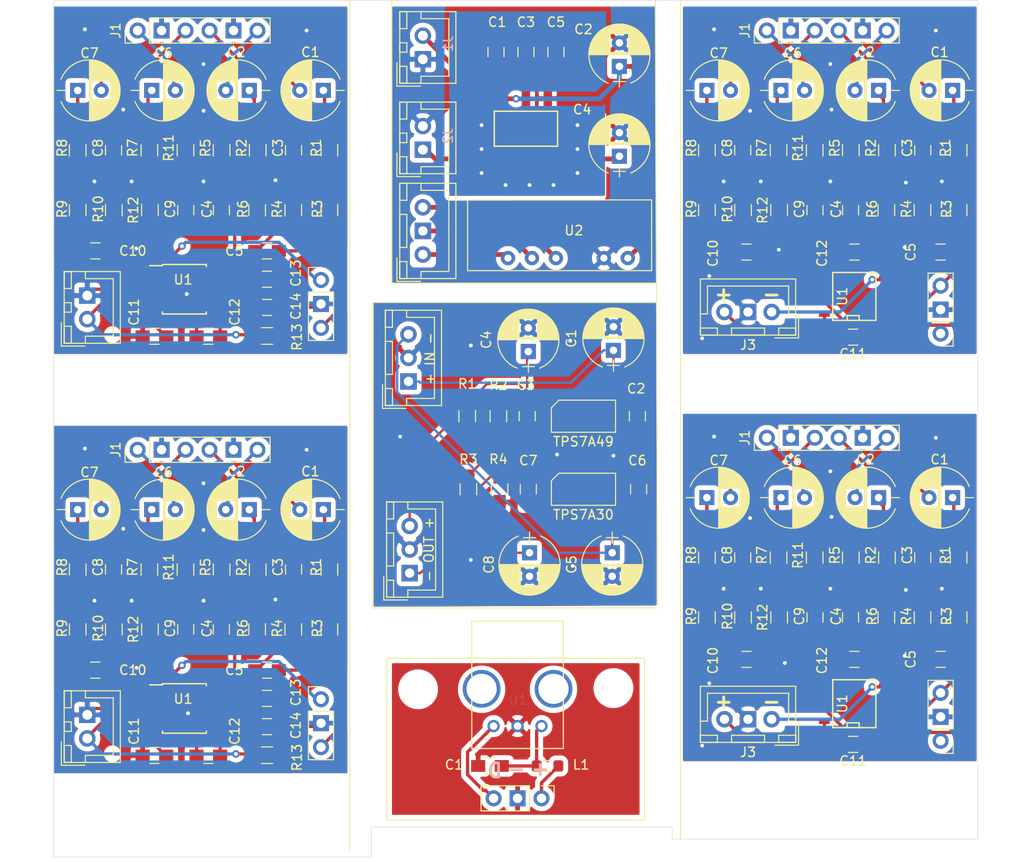
<source format=kicad_pcb>
(kicad_pcb (version 20171130) (host pcbnew "(5.1.4)-1")
  (layers (0 F.Cu signal) (31 B.Cu signal) (34 B.Paste user) (35 F.Paste user) (36 B.SilkS user) (37 F.SilkS user) (38 B.Mask user) (39 F.Mask user) (44 Edge.Cuts user))
  (net 0 "")
  (net 1 GND)
  (net 2 +12V)
  (net 3 "Net-(C3-Pad2)")
  (net 4 "Net-(U1-Pad11)")
  (net 5 -12V)
  (net 6 +5V)
  (net 7 +3V3)
  (net 8 "Net-(J3-Pad2)")
  (net 9 "Net-(C2-Pad1)")
  (net 10 VCC)
  (net 11 "Net-(C6-Pad1)")
  (net 12 "Net-(C7-Pad2)")
  (net 13 "Net-(U1-Pad3)")
  (net 14 "Net-(U1-Pad7)")
  (net 15 "Net-(U2-Pad3)")
  (net 16 "Net-(U2-Pad7)")
  (net 17 VEE)
  (net 18 "Net-(C1-Pad1)")
  (net 19 /INL-)
  (net 20 /INL+)
  (net 21 "Net-(C3-Pad1)")
  (net 22 "Net-(C4-Pad1)")
  (net 23 /INR-)
  (net 24 /INR+)
  (net 25 "Net-(C5-Pad1)")
  (net 26 /OUTL)
  (net 27 /OUTR)
  (net 28 "Net-(C7-Pad1)")
  (net 29 "Net-(C8-Pad1)")
  (net 30 "Net-(C8-Pad2)")
  (net 31 "Net-(C9-Pad1)")
  (net 32 "Net-(C10-Pad1)")
  (net 33 "Net-(C11-Pad1)")
  (net 34 "Net-(C12-Pad1)")
  (net 35 "Net-(C12-Pad2)")
  (net 36 "Net-(C13-Pad2)")
  (net 37 /AmpL+)
  (net 38 /AmpL-)
  (net 39 /AmpL_out)
  (net 40 /AmpR+)
  (net 41 /AmpR-)
  (net 42 /AmpR_out)
  (net 43 "Net-(C1-Pad2)")
  (net 44 data)
  (module INA1650IPWR:MyDRV603 (layer F.Cu) (at 48.133 135.382)
    (fp_text reference U1 (at -0.127 -1.016) (layer F.SilkS))
    (fp_text value MyDRV603 hide)
    (pad 1 smd rect (at -2.95 -1.95) (size 1.45 0.35) (layers F.Cu F.Paste F.Mask) (net 31 "Net-(C9-Pad1)"))
    (pad 2 smd rect (at -2.95 -1.3) (size 1.45 0.3) (layers F.Cu F.Paste F.Mask) (net 32 "Net-(C10-Pad1)"))
    (pad 3 smd rect (at -2.95 -0.65) (size 1.45 0.35) (layers F.Cu F.Paste F.Mask) (net 27 /OUTR))
    (pad 4 smd rect (at -2.95 0) (size 1.45 0.35) (layers F.Cu F.Paste F.Mask) (net 1 GND))
    (pad 5 smd rect (at -2.95 0.65) (size 1.45 0.35) (layers F.Cu F.Paste F.Mask) (net 6 +5V))
    (pad 6 smd rect (at -2.95 1.3) (size 1.45 0.35) (layers F.Cu F.Paste F.Mask) (net 33 "Net-(C11-Pad1)"))
    (pad 7 smd rect (at -2.95 1.95) (size 1.45 0.35) (layers F.Cu F.Paste F.Mask) (net 35 "Net-(C12-Pad2)"))
    (pad 8 smd rect (at 2.95 1.95) (size 1.45 0.35) (layers F.Cu F.Paste F.Mask) (net 34 "Net-(C12-Pad1)"))
    (pad 9 smd rect (at 2.95 1.3) (size 1.45 0.35) (layers F.Cu F.Paste F.Mask) (net 36 "Net-(C13-Pad2)"))
    (pad 10 smd rect (at 2.95 0.65) (size 1.45 0.35) (layers F.Cu F.Paste F.Mask) (net 1 GND))
    (pad 11 smd rect (at 2.95 0) (size 1.45 0.35) (layers F.Cu F.Paste F.Mask) (net 4 "Net-(U1-Pad11)"))
    (pad 12 smd rect (at 2.95 -0.65) (size 1.45 0.35) (layers F.Cu F.Paste F.Mask) (net 26 /OUTL))
    (pad 13 smd rect (at 2.95 -1.3) (size 1.45 0.35) (layers F.Cu F.Paste F.Mask) (net 25 "Net-(C5-Pad1)"))
    (pad 14 smd rect (at 2.95 -1.95) (size 1.45 0.35) (layers F.Cu F.Paste F.Mask) (net 22 "Net-(C4-Pad1)"))
  )
  (module INA1650IPWR:MyDRV603 (layer F.Cu) (at 48.133 90.932)
    (fp_text reference U1 (at -0.127 -1.016) (layer F.SilkS))
    (fp_text value MyDRV603 hide)
    (pad 1 smd rect (at -2.95 -1.95) (size 1.45 0.35) (layers F.Cu F.Paste F.Mask) (net 31 "Net-(C9-Pad1)"))
    (pad 2 smd rect (at -2.95 -1.3) (size 1.45 0.3) (layers F.Cu F.Paste F.Mask) (net 32 "Net-(C10-Pad1)"))
    (pad 3 smd rect (at -2.95 -0.65) (size 1.45 0.35) (layers F.Cu F.Paste F.Mask) (net 27 /OUTR))
    (pad 4 smd rect (at -2.95 0) (size 1.45 0.35) (layers F.Cu F.Paste F.Mask) (net 1 GND))
    (pad 5 smd rect (at -2.95 0.65) (size 1.45 0.35) (layers F.Cu F.Paste F.Mask) (net 6 +5V))
    (pad 6 smd rect (at -2.95 1.3) (size 1.45 0.35) (layers F.Cu F.Paste F.Mask) (net 33 "Net-(C11-Pad1)"))
    (pad 7 smd rect (at -2.95 1.95) (size 1.45 0.35) (layers F.Cu F.Paste F.Mask) (net 35 "Net-(C12-Pad2)"))
    (pad 8 smd rect (at 2.95 1.95) (size 1.45 0.35) (layers F.Cu F.Paste F.Mask) (net 34 "Net-(C12-Pad1)"))
    (pad 9 smd rect (at 2.95 1.3) (size 1.45 0.35) (layers F.Cu F.Paste F.Mask) (net 36 "Net-(C13-Pad2)"))
    (pad 10 smd rect (at 2.95 0.65) (size 1.45 0.35) (layers F.Cu F.Paste F.Mask) (net 1 GND))
    (pad 11 smd rect (at 2.95 0) (size 1.45 0.35) (layers F.Cu F.Paste F.Mask) (net 4 "Net-(U1-Pad11)"))
    (pad 12 smd rect (at 2.95 -0.65) (size 1.45 0.35) (layers F.Cu F.Paste F.Mask) (net 26 /OUTL))
    (pad 13 smd rect (at 2.95 -1.3) (size 1.45 0.35) (layers F.Cu F.Paste F.Mask) (net 25 "Net-(C5-Pad1)"))
    (pad 14 smd rect (at 2.95 -1.95) (size 1.45 0.35) (layers F.Cu F.Paste F.Mask) (net 22 "Net-(C4-Pad1)"))
  )
  (module Capacitors_THT:CP_Radial_D6.3mm_P2.50mm (layer F.Cu) (at 93.472 118.872 270)
    (fp_text reference C5 (at 1.25 4.303 90) (layer F.SilkS))
    (fp_text value 10uf)
    (pad 1 thru_hole rect (at 0 0 270) (size 1.6 1.6) (drill 0.8) (layers *.Cu *.Mask) (net 5 -12V))
    (pad 2 thru_hole circle (at 2.5 0 270) (size 1.6 1.6) (drill 0.8) (layers *.Cu *.Mask) (net 1 GND))
  )
  (module Capacitors_THT:CP_Radial_D6.3mm_P2.50mm (layer F.Cu) (at 84.709 118.872 270)
    (fp_text reference C8 (at 1.25 4.303 90) (layer F.SilkS))
    (fp_text value 10uf)
    (pad 1 thru_hole rect (at 0 0 270) (size 1.6 1.6) (drill 0.8) (layers *.Cu *.Mask) (net 17 VEE))
    (pad 2 thru_hole circle (at 2.5 0 270) (size 1.6 1.6) (drill 0.8) (layers *.Cu *.Mask) (net 1 GND))
  )
  (module Capacitors_THT:CP_Radial_D6.3mm_P2.50mm (layer F.Cu) (at 93.599 97.409 90)
    (fp_text reference C1 (at 1.25 -4.46 90) (layer F.SilkS))
    (fp_text value 10uf)
    (pad 1 thru_hole rect (at 0 0 90) (size 1.6 1.6) (drill 0.8) (layers *.Cu *.Mask) (net 2 +12V))
    (pad 2 thru_hole circle (at 2.5 0 90) (size 1.6 1.6) (drill 0.8) (layers *.Cu *.Mask) (net 1 GND))
  )
  (module Capacitors_THT:CP_Radial_D6.3mm_P2.50mm (layer F.Cu) (at 84.582 97.536 90)
    (fp_text reference C4 (at 1.25 -4.46 90) (layer F.SilkS))
    (fp_text value 10uf)
    (pad 1 thru_hole rect (at 0 0 90) (size 1.6 1.6) (drill 0.8) (layers *.Cu *.Mask) (net 10 VCC))
    (pad 2 thru_hole circle (at 2.5 0 90) (size 1.6 1.6) (drill 0.8) (layers *.Cu *.Mask) (net 1 GND))
  )
  (module Capacitors_THT:CP_Radial_D6.3mm_P2.50mm (layer F.Cu) (at 94.234 76.835 90)
    (fp_text reference C4 (at 4.953 -3.937 180) (layer F.SilkS))
    (fp_text value 100uf)
    (pad 1 thru_hole rect (at 0 0 90) (size 1.6 1.6) (drill 0.8) (layers *.Cu *.Mask) (net 7 +3V3))
    (pad 2 thru_hole circle (at 2.5 0 90) (size 1.6 1.6) (drill 0.8) (layers *.Cu *.Mask) (net 1 GND))
  )
  (module Capacitors_THT:CP_Radial_D6.3mm_P2.50mm (layer F.Cu) (at 94.234 67.31 90)
    (fp_text reference C2 (at 3.937 -3.81 180) (layer F.SilkS))
    (fp_text value 100uf)
    (pad 1 thru_hole rect (at 0 0 90) (size 1.6 1.6) (drill 0.8) (layers *.Cu *.Mask) (net 6 +5V))
    (pad 2 thru_hole circle (at 2.5 0 90) (size 1.6 1.6) (drill 0.8) (layers *.Cu *.Mask) (net 1 GND))
  )
  (module Resistors_SMD:R_0805_HandSoldering (layer F.Cu) (at 59.672852 82.55 90)
    (fp_text reference R4 (at 0.127 -1.7 90) (layer F.SilkS))
    (fp_text value 22k)
    (pad 1 smd rect (at -1.35 0 90) (size 1.5 1.3) (layers F.Cu F.Paste F.Mask) (net 25 "Net-(C5-Pad1)"))
    (pad 2 smd rect (at 1.35 0 90) (size 1.5 1.3) (layers F.Cu F.Paste F.Mask) (net 21 "Net-(C3-Pad1)"))
  )
  (module Resistors_SMD:R_0805_HandSoldering (layer F.Cu) (at 55.84571 82.55 90)
    (fp_text reference R6 (at 0.127 -1.524 90) (layer F.SilkS))
    (fp_text value 22k)
    (pad 1 smd rect (at -1.35 0 90) (size 1.5 1.3) (layers F.Cu F.Paste F.Mask) (net 1 GND))
    (pad 2 smd rect (at 1.35 0 90) (size 1.5 1.3) (layers F.Cu F.Paste F.Mask) (net 3 "Net-(C3-Pad2)"))
  )
  (module Resistors_SMD:R_0805_HandSoldering (layer F.Cu) (at 63.5 82.55 270)
    (fp_text reference R3 (at -0.127 1.27 90) (layer F.SilkS))
    (fp_text value 22k)
    (pad 1 smd rect (at -1.35 0 270) (size 1.5 1.3) (layers F.Cu F.Paste F.Mask) (net 21 "Net-(C3-Pad1)"))
    (pad 2 smd rect (at 1.35 0 270) (size 1.5 1.3) (layers F.Cu F.Paste F.Mask) (net 26 /OUTL))
  )
  (module Resistors_SMD:R_0805_HandSoldering (layer F.Cu) (at 55.90571 76.2 90)
    (fp_text reference R2 (at 0.254 -1.7 90) (layer F.SilkS))
    (fp_text value 22k)
    (pad 1 smd rect (at -1.35 0 90) (size 1.5 1.3) (layers F.Cu F.Paste F.Mask) (net 3 "Net-(C3-Pad2)"))
    (pad 2 smd rect (at 1.35 0 90) (size 1.5 1.3) (layers F.Cu F.Paste F.Mask) (net 9 "Net-(C2-Pad1)"))
  )
  (module Resistors_SMD:R_0805_HandSoldering (layer F.Cu) (at 44.484284 82.55 90)
    (fp_text reference R12 (at 0 -1.757856 270) (layer F.SilkS))
    (fp_text value 22k)
    (pad 1 smd rect (at -1.35 0 90) (size 1.5 1.3) (layers F.Cu F.Paste F.Mask) (net 1 GND))
    (pad 2 smd rect (at 1.35 0 90) (size 1.5 1.3) (layers F.Cu F.Paste F.Mask) (net 30 "Net-(C8-Pad2)"))
  )
  (module Resistors_SMD:R_0805_HandSoldering (layer F.Cu) (at 48.251426 76.2 270)
    (fp_text reference R11 (at -0.254001 1.778 90) (layer F.SilkS))
    (fp_text value 22k)
    (pad 1 smd rect (at -1.35 0 270) (size 1.5 1.3) (layers F.Cu F.Paste F.Mask) (net 30 "Net-(C8-Pad2)"))
    (pad 2 smd rect (at 1.35 0 270) (size 1.5 1.3) (layers F.Cu F.Paste F.Mask) (net 31 "Net-(C9-Pad1)"))
  )
  (module Resistors_SMD:R_0805_HandSoldering (layer F.Cu) (at 40.657142 82.55 270)
    (fp_text reference R10 (at -0.127001 1.651 90) (layer F.SilkS))
    (fp_text value 22k)
    (pad 1 smd rect (at -1.35 0 270) (size 1.5 1.3) (layers F.Cu F.Paste F.Mask) (net 29 "Net-(C8-Pad1)"))
    (pad 2 smd rect (at 1.35 0 270) (size 1.5 1.3) (layers F.Cu F.Paste F.Mask) (net 32 "Net-(C10-Pad1)"))
  )
  (module Resistors_SMD:R_0805_HandSoldering (layer F.Cu) (at 36.83 82.55 270)
    (fp_text reference R9 (at -0.127 1.651 90) (layer F.SilkS))
    (fp_text value 22k)
    (pad 1 smd rect (at -1.35 0 270) (size 1.5 1.3) (layers F.Cu F.Paste F.Mask) (net 29 "Net-(C8-Pad1)"))
    (pad 2 smd rect (at 1.35 0 270) (size 1.5 1.3) (layers F.Cu F.Paste F.Mask) (net 27 /OUTR))
  )
  (module Resistors_SMD:R_0805_HandSoldering (layer F.Cu) (at 36.83 76.2 90)
    (fp_text reference R8 (at 0.254 -1.651 90) (layer F.SilkS))
    (fp_text value 22k)
    (pad 1 smd rect (at -1.35 0 90) (size 1.5 1.3) (layers F.Cu F.Paste F.Mask) (net 29 "Net-(C8-Pad1)"))
    (pad 2 smd rect (at 1.35 0 90) (size 1.5 1.3) (layers F.Cu F.Paste F.Mask) (net 28 "Net-(C7-Pad1)"))
  )
  (module Resistors_SMD:R_0805_HandSoldering (layer F.Cu) (at 44.424284 76.2 90)
    (fp_text reference R7 (at 0.254 -1.778 90) (layer F.SilkS))
    (fp_text value 22k)
    (pad 1 smd rect (at -1.35 0 90) (size 1.5 1.3) (layers F.Cu F.Paste F.Mask) (net 30 "Net-(C8-Pad2)"))
    (pad 2 smd rect (at 1.35 0 90) (size 1.5 1.3) (layers F.Cu F.Paste F.Mask) (net 11 "Net-(C6-Pad1)"))
  )
  (module Resistors_SMD:R_0805_HandSoldering (layer F.Cu) (at 52.078568 76.2 90)
    (fp_text reference R5 (at 0.254 -1.7 90) (layer F.SilkS))
    (fp_text value 22k)
    (pad 1 smd rect (at -1.35 0 90) (size 1.5 1.3) (layers F.Cu F.Paste F.Mask) (net 22 "Net-(C4-Pad1)"))
    (pad 2 smd rect (at 1.35 0 90) (size 1.5 1.3) (layers F.Cu F.Paste F.Mask) (net 3 "Net-(C3-Pad2)"))
  )
  (module Resistors_SMD:R_0805_HandSoldering (layer F.Cu) (at 56.896 95.888)
    (fp_text reference R13 (at 3.175 0.124 270) (layer F.SilkS))
    (fp_text value 4.7R)
    (pad 1 smd rect (at -1.35 0) (size 1.5 1.3) (layers F.Cu F.Paste F.Mask) (net 6 +5V))
    (pad 2 smd rect (at 1.35 0) (size 1.5 1.3) (layers F.Cu F.Paste F.Mask) (net 36 "Net-(C13-Pad2)"))
  )
  (module Resistors_SMD:R_0805_HandSoldering (layer F.Cu) (at 63.5 76.2 90)
    (fp_text reference R1 (at 0.254 -1.397 90) (layer F.SilkS))
    (fp_text value 22k)
    (pad 1 smd rect (at -1.35 0 90) (size 1.5 1.3) (layers F.Cu F.Paste F.Mask) (net 21 "Net-(C3-Pad1)"))
    (pad 2 smd rect (at 1.35 0 90) (size 1.5 1.3) (layers F.Cu F.Paste F.Mask) (net 18 "Net-(C1-Pad1)"))
  )
  (module Resistors_SMD:R_0805_HandSoldering (layer F.Cu) (at 59.672852 127 90)
    (fp_text reference R4 (at 0.127 -1.7 90) (layer F.SilkS))
    (fp_text value 22k)
    (pad 1 smd rect (at -1.35 0 90) (size 1.5 1.3) (layers F.Cu F.Paste F.Mask) (net 25 "Net-(C5-Pad1)"))
    (pad 2 smd rect (at 1.35 0 90) (size 1.5 1.3) (layers F.Cu F.Paste F.Mask) (net 21 "Net-(C3-Pad1)"))
  )
  (module Resistors_SMD:R_0805_HandSoldering (layer F.Cu) (at 55.84571 127 90)
    (fp_text reference R6 (at 0.127 -1.524 90) (layer F.SilkS))
    (fp_text value 22k)
    (pad 1 smd rect (at -1.35 0 90) (size 1.5 1.3) (layers F.Cu F.Paste F.Mask) (net 1 GND))
    (pad 2 smd rect (at 1.35 0 90) (size 1.5 1.3) (layers F.Cu F.Paste F.Mask) (net 3 "Net-(C3-Pad2)"))
  )
  (module Resistors_SMD:R_0805_HandSoldering (layer F.Cu) (at 63.5 127 270)
    (fp_text reference R3 (at -0.127 1.27 90) (layer F.SilkS))
    (fp_text value 22k)
    (pad 1 smd rect (at -1.35 0 270) (size 1.5 1.3) (layers F.Cu F.Paste F.Mask) (net 21 "Net-(C3-Pad1)"))
    (pad 2 smd rect (at 1.35 0 270) (size 1.5 1.3) (layers F.Cu F.Paste F.Mask) (net 26 /OUTL))
  )
  (module Resistors_SMD:R_0805_HandSoldering (layer F.Cu) (at 55.90571 120.65 90)
    (fp_text reference R2 (at 0.254 -1.7 90) (layer F.SilkS))
    (fp_text value 22k)
    (pad 1 smd rect (at -1.35 0 90) (size 1.5 1.3) (layers F.Cu F.Paste F.Mask) (net 3 "Net-(C3-Pad2)"))
    (pad 2 smd rect (at 1.35 0 90) (size 1.5 1.3) (layers F.Cu F.Paste F.Mask) (net 9 "Net-(C2-Pad1)"))
  )
  (module Resistors_SMD:R_0805_HandSoldering (layer F.Cu) (at 44.484284 127 90)
    (fp_text reference R12 (at 0 -1.757856 270) (layer F.SilkS))
    (fp_text value 22k)
    (pad 1 smd rect (at -1.35 0 90) (size 1.5 1.3) (layers F.Cu F.Paste F.Mask) (net 1 GND))
    (pad 2 smd rect (at 1.35 0 90) (size 1.5 1.3) (layers F.Cu F.Paste F.Mask) (net 30 "Net-(C8-Pad2)"))
  )
  (module Resistors_SMD:R_0805_HandSoldering (layer F.Cu) (at 48.251426 120.65 270)
    (fp_text reference R11 (at -0.254001 1.778 90) (layer F.SilkS))
    (fp_text value 22k)
    (pad 1 smd rect (at -1.35 0 270) (size 1.5 1.3) (layers F.Cu F.Paste F.Mask) (net 30 "Net-(C8-Pad2)"))
    (pad 2 smd rect (at 1.35 0 270) (size 1.5 1.3) (layers F.Cu F.Paste F.Mask) (net 31 "Net-(C9-Pad1)"))
  )
  (module Resistors_SMD:R_0805_HandSoldering (layer F.Cu) (at 40.657142 127 270)
    (fp_text reference R10 (at -0.127001 1.651 90) (layer F.SilkS))
    (fp_text value 22k)
    (pad 1 smd rect (at -1.35 0 270) (size 1.5 1.3) (layers F.Cu F.Paste F.Mask) (net 29 "Net-(C8-Pad1)"))
    (pad 2 smd rect (at 1.35 0 270) (size 1.5 1.3) (layers F.Cu F.Paste F.Mask) (net 32 "Net-(C10-Pad1)"))
  )
  (module Resistors_SMD:R_0805_HandSoldering (layer F.Cu) (at 36.83 127 270)
    (fp_text reference R9 (at -0.127 1.651 90) (layer F.SilkS))
    (fp_text value 22k)
    (pad 1 smd rect (at -1.35 0 270) (size 1.5 1.3) (layers F.Cu F.Paste F.Mask) (net 29 "Net-(C8-Pad1)"))
    (pad 2 smd rect (at 1.35 0 270) (size 1.5 1.3) (layers F.Cu F.Paste F.Mask) (net 27 /OUTR))
  )
  (module Resistors_SMD:R_0805_HandSoldering (layer F.Cu) (at 36.83 120.65 90)
    (fp_text reference R8 (at 0.254 -1.651 90) (layer F.SilkS))
    (fp_text value 22k)
    (pad 1 smd rect (at -1.35 0 90) (size 1.5 1.3) (layers F.Cu F.Paste F.Mask) (net 29 "Net-(C8-Pad1)"))
    (pad 2 smd rect (at 1.35 0 90) (size 1.5 1.3) (layers F.Cu F.Paste F.Mask) (net 28 "Net-(C7-Pad1)"))
  )
  (module Resistors_SMD:R_0805_HandSoldering (layer F.Cu) (at 44.424284 120.65 90)
    (fp_text reference R7 (at 0.254 -1.778 90) (layer F.SilkS))
    (fp_text value 22k)
    (pad 1 smd rect (at -1.35 0 90) (size 1.5 1.3) (layers F.Cu F.Paste F.Mask) (net 30 "Net-(C8-Pad2)"))
    (pad 2 smd rect (at 1.35 0 90) (size 1.5 1.3) (layers F.Cu F.Paste F.Mask) (net 11 "Net-(C6-Pad1)"))
  )
  (module Resistors_SMD:R_0805_HandSoldering (layer F.Cu) (at 52.078568 120.65 90)
    (fp_text reference R5 (at 0.254 -1.7 90) (layer F.SilkS))
    (fp_text value 22k)
    (pad 1 smd rect (at -1.35 0 90) (size 1.5 1.3) (layers F.Cu F.Paste F.Mask) (net 22 "Net-(C4-Pad1)"))
    (pad 2 smd rect (at 1.35 0 90) (size 1.5 1.3) (layers F.Cu F.Paste F.Mask) (net 3 "Net-(C3-Pad2)"))
  )
  (module Resistors_SMD:R_0805_HandSoldering (layer F.Cu) (at 56.896 140.338)
    (fp_text reference R13 (at 3.175 0.251 270) (layer F.SilkS))
    (fp_text value 4.7R)
    (pad 1 smd rect (at -1.35 0) (size 1.5 1.3) (layers F.Cu F.Paste F.Mask) (net 6 +5V))
    (pad 2 smd rect (at 1.35 0) (size 1.5 1.3) (layers F.Cu F.Paste F.Mask) (net 36 "Net-(C13-Pad2)"))
  )
  (module Resistors_SMD:R_0805_HandSoldering (layer F.Cu) (at 63.5 120.65 90)
    (fp_text reference R1 (at 0.254 -1.397 90) (layer F.SilkS))
    (fp_text value 22k)
    (pad 1 smd rect (at -1.35 0 90) (size 1.5 1.3) (layers F.Cu F.Paste F.Mask) (net 21 "Net-(C3-Pad1)"))
    (pad 2 smd rect (at 1.35 0 90) (size 1.5 1.3) (layers F.Cu F.Paste F.Mask) (net 18 "Net-(C1-Pad1)"))
  )
  (module Resistors_SMD:R_0805_HandSoldering (layer F.Cu) (at 126.347852 82.55 90)
    (fp_text reference R4 (at 0.127 -1.7 90) (layer F.SilkS))
    (fp_text value 22k)
    (pad 1 smd rect (at -1.35 0 90) (size 1.5 1.3) (layers F.Cu F.Paste F.Mask) (net 38 /AmpL-))
    (pad 2 smd rect (at 1.35 0 90) (size 1.5 1.3) (layers F.Cu F.Paste F.Mask) (net 21 "Net-(C3-Pad1)"))
  )
  (module Resistors_SMD:R_0805_HandSoldering (layer F.Cu) (at 122.52071 82.55 90)
    (fp_text reference R6 (at 0.127 -1.524 90) (layer F.SilkS))
    (fp_text value 22k)
    (pad 1 smd rect (at -1.35 0 90) (size 1.5 1.3) (layers F.Cu F.Paste F.Mask) (net 1 GND))
    (pad 2 smd rect (at 1.35 0 90) (size 1.5 1.3) (layers F.Cu F.Paste F.Mask) (net 3 "Net-(C3-Pad2)"))
  )
  (module Resistors_SMD:R_0805_HandSoldering (layer F.Cu) (at 130.175 82.55 270)
    (fp_text reference R3 (at -0.127 1.27 90) (layer F.SilkS))
    (fp_text value 22k)
    (pad 1 smd rect (at -1.35 0 270) (size 1.5 1.3) (layers F.Cu F.Paste F.Mask) (net 21 "Net-(C3-Pad1)"))
    (pad 2 smd rect (at 1.35 0 270) (size 1.5 1.3) (layers F.Cu F.Paste F.Mask) (net 39 /AmpL_out))
  )
  (module Resistors_SMD:R_0805_HandSoldering (layer F.Cu) (at 122.58071 76.2 90)
    (fp_text reference R2 (at 0.254 -1.7 90) (layer F.SilkS))
    (fp_text value 22k)
    (pad 1 smd rect (at -1.35 0 90) (size 1.5 1.3) (layers F.Cu F.Paste F.Mask) (net 3 "Net-(C3-Pad2)"))
    (pad 2 smd rect (at 1.35 0 90) (size 1.5 1.3) (layers F.Cu F.Paste F.Mask) (net 9 "Net-(C2-Pad1)"))
  )
  (module Resistors_SMD:R_0805_HandSoldering (layer F.Cu) (at 111.159284 82.55 90)
    (fp_text reference R12 (at 0 -1.757856 270) (layer F.SilkS))
    (fp_text value 22k)
    (pad 1 smd rect (at -1.35 0 90) (size 1.5 1.3) (layers F.Cu F.Paste F.Mask) (net 1 GND))
    (pad 2 smd rect (at 1.35 0 90) (size 1.5 1.3) (layers F.Cu F.Paste F.Mask) (net 30 "Net-(C8-Pad2)"))
  )
  (module Resistors_SMD:R_0805_HandSoldering (layer F.Cu) (at 114.926426 76.2 270)
    (fp_text reference R11 (at -0.254001 1.778 90) (layer F.SilkS))
    (fp_text value 22k)
    (pad 1 smd rect (at -1.35 0 270) (size 1.5 1.3) (layers F.Cu F.Paste F.Mask) (net 30 "Net-(C8-Pad2)"))
    (pad 2 smd rect (at 1.35 0 270) (size 1.5 1.3) (layers F.Cu F.Paste F.Mask) (net 40 /AmpR+))
  )
  (module Resistors_SMD:R_0805_HandSoldering (layer F.Cu) (at 107.332142 82.55 270)
    (fp_text reference R10 (at -0.127001 1.651 90) (layer F.SilkS))
    (fp_text value 22k)
    (pad 1 smd rect (at -1.35 0 270) (size 1.5 1.3) (layers F.Cu F.Paste F.Mask) (net 29 "Net-(C8-Pad1)"))
    (pad 2 smd rect (at 1.35 0 270) (size 1.5 1.3) (layers F.Cu F.Paste F.Mask) (net 41 /AmpR-))
  )
  (module Resistors_SMD:R_0805_HandSoldering (layer F.Cu) (at 103.505 82.55 270)
    (fp_text reference R9 (at -0.127 1.651 90) (layer F.SilkS))
    (fp_text value 5k6)
    (pad 1 smd rect (at -1.35 0 270) (size 1.5 1.3) (layers F.Cu F.Paste F.Mask) (net 29 "Net-(C8-Pad1)"))
    (pad 2 smd rect (at 1.35 0 270) (size 1.5 1.3) (layers F.Cu F.Paste F.Mask) (net 42 /AmpR_out))
  )
  (module Resistors_SMD:R_0805_HandSoldering (layer F.Cu) (at 103.505 76.2 90)
    (fp_text reference R8 (at 0.254 -1.651 90) (layer F.SilkS))
    (fp_text value 22k)
    (pad 1 smd rect (at -1.35 0 90) (size 1.5 1.3) (layers F.Cu F.Paste F.Mask) (net 29 "Net-(C8-Pad1)"))
    (pad 2 smd rect (at 1.35 0 90) (size 1.5 1.3) (layers F.Cu F.Paste F.Mask) (net 28 "Net-(C7-Pad1)"))
  )
  (module Resistors_SMD:R_0805_HandSoldering (layer F.Cu) (at 111.099284 76.2 90)
    (fp_text reference R7 (at 0.254 -1.778 90) (layer F.SilkS))
    (fp_text value 22k)
    (pad 1 smd rect (at -1.35 0 90) (size 1.5 1.3) (layers F.Cu F.Paste F.Mask) (net 30 "Net-(C8-Pad2)"))
    (pad 2 smd rect (at 1.35 0 90) (size 1.5 1.3) (layers F.Cu F.Paste F.Mask) (net 11 "Net-(C6-Pad1)"))
  )
  (module Resistors_SMD:R_0805_HandSoldering (layer F.Cu) (at 118.753568 76.2 90)
    (fp_text reference R5 (at 0.254 -1.7 90) (layer F.SilkS))
    (fp_text value 22k)
    (pad 1 smd rect (at -1.35 0 90) (size 1.5 1.3) (layers F.Cu F.Paste F.Mask) (net 37 /AmpL+))
    (pad 2 smd rect (at 1.35 0 90) (size 1.5 1.3) (layers F.Cu F.Paste F.Mask) (net 3 "Net-(C3-Pad2)"))
  )
  (module Resistors_SMD:R_0805_HandSoldering (layer F.Cu) (at 130.175 76.2 90)
    (fp_text reference R1 (at 0.254 -1.397 90) (layer F.SilkS))
    (fp_text value 22k)
    (pad 1 smd rect (at -1.35 0 90) (size 1.5 1.3) (layers F.Cu F.Paste F.Mask) (net 21 "Net-(C3-Pad1)"))
    (pad 2 smd rect (at 1.35 0 90) (size 1.5 1.3) (layers F.Cu F.Paste F.Mask) (net 18 "Net-(C1-Pad1)"))
  )
  (module Resistors_SMD:R_0805_HandSoldering (layer F.Cu) (at 126.347852 125.73 90)
    (fp_text reference R4 (at 0.127 -1.7 90) (layer F.SilkS))
    (fp_text value 22k)
    (pad 1 smd rect (at -1.35 0 90) (size 1.5 1.3) (layers F.Cu F.Paste F.Mask) (net 38 /AmpL-))
    (pad 2 smd rect (at 1.35 0 90) (size 1.5 1.3) (layers F.Cu F.Paste F.Mask) (net 21 "Net-(C3-Pad1)"))
  )
  (module Resistors_SMD:R_0805_HandSoldering (layer F.Cu) (at 122.52071 125.73 90)
    (fp_text reference R6 (at 0.127 -1.524 90) (layer F.SilkS))
    (fp_text value 22k)
    (pad 1 smd rect (at -1.35 0 90) (size 1.5 1.3) (layers F.Cu F.Paste F.Mask) (net 1 GND))
    (pad 2 smd rect (at 1.35 0 90) (size 1.5 1.3) (layers F.Cu F.Paste F.Mask) (net 3 "Net-(C3-Pad2)"))
  )
  (module Resistors_SMD:R_0805_HandSoldering (layer F.Cu) (at 130.175 125.73 270)
    (fp_text reference R3 (at -0.127 1.27 90) (layer F.SilkS))
    (fp_text value 22k)
    (pad 1 smd rect (at -1.35 0 270) (size 1.5 1.3) (layers F.Cu F.Paste F.Mask) (net 21 "Net-(C3-Pad1)"))
    (pad 2 smd rect (at 1.35 0 270) (size 1.5 1.3) (layers F.Cu F.Paste F.Mask) (net 39 /AmpL_out))
  )
  (module Resistors_SMD:R_0805_HandSoldering (layer F.Cu) (at 122.58071 119.38 90)
    (fp_text reference R2 (at 0.254 -1.7 90) (layer F.SilkS))
    (fp_text value 22k)
    (pad 1 smd rect (at -1.35 0 90) (size 1.5 1.3) (layers F.Cu F.Paste F.Mask) (net 3 "Net-(C3-Pad2)"))
    (pad 2 smd rect (at 1.35 0 90) (size 1.5 1.3) (layers F.Cu F.Paste F.Mask) (net 9 "Net-(C2-Pad1)"))
  )
  (module Resistors_SMD:R_0805_HandSoldering (layer F.Cu) (at 111.159284 125.73 90)
    (fp_text reference R12 (at 0 -1.757856 270) (layer F.SilkS))
    (fp_text value 22k)
    (pad 1 smd rect (at -1.35 0 90) (size 1.5 1.3) (layers F.Cu F.Paste F.Mask) (net 1 GND))
    (pad 2 smd rect (at 1.35 0 90) (size 1.5 1.3) (layers F.Cu F.Paste F.Mask) (net 30 "Net-(C8-Pad2)"))
  )
  (module Resistors_SMD:R_0805_HandSoldering (layer F.Cu) (at 114.926426 119.38 270)
    (fp_text reference R11 (at -0.254001 1.778 90) (layer F.SilkS))
    (fp_text value 22k)
    (pad 1 smd rect (at -1.35 0 270) (size 1.5 1.3) (layers F.Cu F.Paste F.Mask) (net 30 "Net-(C8-Pad2)"))
    (pad 2 smd rect (at 1.35 0 270) (size 1.5 1.3) (layers F.Cu F.Paste F.Mask) (net 40 /AmpR+))
  )
  (module Resistors_SMD:R_0805_HandSoldering (layer F.Cu) (at 107.332142 125.73 270)
    (fp_text reference R10 (at -0.127001 1.651 90) (layer F.SilkS))
    (fp_text value 22k)
    (pad 1 smd rect (at -1.35 0 270) (size 1.5 1.3) (layers F.Cu F.Paste F.Mask) (net 29 "Net-(C8-Pad1)"))
    (pad 2 smd rect (at 1.35 0 270) (size 1.5 1.3) (layers F.Cu F.Paste F.Mask) (net 41 /AmpR-))
  )
  (module Resistors_SMD:R_0805_HandSoldering (layer F.Cu) (at 103.505 125.73 270)
    (fp_text reference R9 (at -0.127 1.651 90) (layer F.SilkS))
    (fp_text value 5k6)
    (pad 1 smd rect (at -1.35 0 270) (size 1.5 1.3) (layers F.Cu F.Paste F.Mask) (net 29 "Net-(C8-Pad1)"))
    (pad 2 smd rect (at 1.35 0 270) (size 1.5 1.3) (layers F.Cu F.Paste F.Mask) (net 42 /AmpR_out))
  )
  (module Resistors_SMD:R_0805_HandSoldering (layer F.Cu) (at 103.505 119.38 90)
    (fp_text reference R8 (at 0.254 -1.651 90) (layer F.SilkS))
    (fp_text value 22k)
    (pad 1 smd rect (at -1.35 0 90) (size 1.5 1.3) (layers F.Cu F.Paste F.Mask) (net 29 "Net-(C8-Pad1)"))
    (pad 2 smd rect (at 1.35 0 90) (size 1.5 1.3) (layers F.Cu F.Paste F.Mask) (net 28 "Net-(C7-Pad1)"))
  )
  (module Resistors_SMD:R_0805_HandSoldering (layer F.Cu) (at 111.099284 119.38 90)
    (fp_text reference R7 (at 0.254 -1.778 90) (layer F.SilkS))
    (fp_text value 22k)
    (pad 1 smd rect (at -1.35 0 90) (size 1.5 1.3) (layers F.Cu F.Paste F.Mask) (net 30 "Net-(C8-Pad2)"))
    (pad 2 smd rect (at 1.35 0 90) (size 1.5 1.3) (layers F.Cu F.Paste F.Mask) (net 11 "Net-(C6-Pad1)"))
  )
  (module Resistors_SMD:R_0805_HandSoldering (layer F.Cu) (at 118.753568 119.38 90)
    (fp_text reference R5 (at 0.254 -1.7 90) (layer F.SilkS))
    (fp_text value 22k)
    (pad 1 smd rect (at -1.35 0 90) (size 1.5 1.3) (layers F.Cu F.Paste F.Mask) (net 37 /AmpL+))
    (pad 2 smd rect (at 1.35 0 90) (size 1.5 1.3) (layers F.Cu F.Paste F.Mask) (net 3 "Net-(C3-Pad2)"))
  )
  (module Resistors_SMD:R_0805_HandSoldering (layer F.Cu) (at 130.175 119.38 90)
    (fp_text reference R1 (at 0.254 -1.397 90) (layer F.SilkS))
    (fp_text value 22k)
    (pad 1 smd rect (at -1.35 0 90) (size 1.5 1.3) (layers F.Cu F.Paste F.Mask) (net 21 "Net-(C3-Pad1)"))
    (pad 2 smd rect (at 1.35 0 90) (size 1.5 1.3) (layers F.Cu F.Paste F.Mask) (net 18 "Net-(C1-Pad1)"))
  )
  (module Resistors_SMD:R_0805_HandSoldering (layer F.Cu) (at 81.534 112.141 270)
    (fp_text reference R4 (at -3.175 0.127) (layer F.SilkS))
    (fp_text value R_Small)
    (pad 1 smd rect (at -1.35 0 270) (size 1.5 1.3) (layers F.Cu F.Paste F.Mask) (net 12 "Net-(C7-Pad2)"))
    (pad 2 smd rect (at 1.35 0 270) (size 1.5 1.3) (layers F.Cu F.Paste F.Mask) (net 1 GND))
  )
  (module Resistors_SMD:R_0805_HandSoldering (layer F.Cu) (at 78.232 112.141 270)
    (fp_text reference R3 (at -3.175 0) (layer F.SilkS))
    (fp_text value R_Small)
    (pad 1 smd rect (at -1.35 0 270) (size 1.5 1.3) (layers F.Cu F.Paste F.Mask) (net 17 VEE))
    (pad 2 smd rect (at 1.35 0 270) (size 1.5 1.3) (layers F.Cu F.Paste F.Mask) (net 12 "Net-(C7-Pad2)"))
  )
  (module Resistors_SMD:R_0805_HandSoldering (layer F.Cu) (at 81.407 104.394 270)
    (fp_text reference R2 (at -3.302 0) (layer F.SilkS))
    (fp_text value R_Small)
    (pad 1 smd rect (at -1.35 0 270) (size 1.5 1.3) (layers F.Cu F.Paste F.Mask) (net 3 "Net-(C3-Pad2)"))
    (pad 2 smd rect (at 1.35 0 270) (size 1.5 1.3) (layers F.Cu F.Paste F.Mask) (net 1 GND))
  )
  (module Resistors_SMD:R_0805_HandSoldering (layer F.Cu) (at 78.105 104.394 270)
    (fp_text reference R1 (at -3.429 0) (layer F.SilkS))
    (fp_text value R_Small)
    (pad 1 smd rect (at -1.35 0 270) (size 1.5 1.3) (layers F.Cu F.Paste F.Mask) (net 10 VCC))
    (pad 2 smd rect (at 1.35 0 270) (size 1.5 1.3) (layers F.Cu F.Paste F.Mask) (net 3 "Net-(C3-Pad2)"))
  )
  (module INA1650IPWR:CP_Radial_D6.3mm_P2.50mm_mod (layer F.Cu) (at 111.35 113.03)
    (fp_text reference C6 (at 1.25 -3.952) (layer F.SilkS))
    (fp_text value 10uf)
    (pad 1 thru_hole rect (at 0 0) (size 1.6 1.6) (drill 0.8) (layers *.Cu *.Mask) (net 11 "Net-(C6-Pad1)"))
    (pad 2 thru_hole circle (at 2.5 0) (size 1.6 1.6) (drill 0.8) (layers *.Cu *.Mask) (net 24 /INR+))
  )
  (module INA1650IPWR:CP_Radial_D6.3mm_P2.50mm_mod (layer F.Cu) (at 129.54 113.03 180)
    (fp_text reference C1 (at 1.377 4.049) (layer F.SilkS))
    (fp_text value 10uf)
    (pad 1 thru_hole rect (at 0 0 180) (size 1.6 1.6) (drill 0.8) (layers *.Cu *.Mask) (net 18 "Net-(C1-Pad1)"))
    (pad 2 thru_hole circle (at 2.5 0 180) (size 1.6 1.6) (drill 0.8) (layers *.Cu *.Mask) (net 19 /INL-))
  )
  (module INA1650IPWR:CP_Radial_D6.3mm_P2.50mm_mod (layer F.Cu) (at 121.695 113.03 180)
    (fp_text reference C2 (at 1.377 4.049) (layer F.SilkS))
    (fp_text value 10uf)
    (pad 1 thru_hole rect (at 0 0 180) (size 1.6 1.6) (drill 0.8) (layers *.Cu *.Mask) (net 9 "Net-(C2-Pad1)"))
    (pad 2 thru_hole circle (at 2.5 0 180) (size 1.6 1.6) (drill 0.8) (layers *.Cu *.Mask) (net 20 /INL+))
  )
  (module INA1650IPWR:CP_Radial_D6.3mm_P2.50mm_mod (layer F.Cu) (at 129.54 69.85 180)
    (fp_text reference C1 (at 1.377 4.049) (layer F.SilkS))
    (fp_text value 10uf)
    (pad 1 thru_hole rect (at 0 0 180) (size 1.6 1.6) (drill 0.8) (layers *.Cu *.Mask) (net 18 "Net-(C1-Pad1)"))
    (pad 2 thru_hole circle (at 2.5 0 180) (size 1.6 1.6) (drill 0.8) (layers *.Cu *.Mask) (net 19 /INL-))
  )
  (module INA1650IPWR:CP_Radial_D6.3mm_P2.50mm_mod (layer F.Cu) (at 121.695 69.85 180)
    (fp_text reference C2 (at 1.377 4.049) (layer F.SilkS))
    (fp_text value 10uf)
    (pad 1 thru_hole rect (at 0 0 180) (size 1.6 1.6) (drill 0.8) (layers *.Cu *.Mask) (net 9 "Net-(C2-Pad1)"))
    (pad 2 thru_hole circle (at 2.5 0 180) (size 1.6 1.6) (drill 0.8) (layers *.Cu *.Mask) (net 20 /INL+))
  )
  (module INA1650IPWR:CP_Radial_D6.3mm_P2.50mm_mod (layer F.Cu) (at 111.35 69.85)
    (fp_text reference C6 (at 1.25 -3.952) (layer F.SilkS))
    (fp_text value 10uf)
    (pad 1 thru_hole rect (at 0 0) (size 1.6 1.6) (drill 0.8) (layers *.Cu *.Mask) (net 11 "Net-(C6-Pad1)"))
    (pad 2 thru_hole circle (at 2.5 0) (size 1.6 1.6) (drill 0.8) (layers *.Cu *.Mask) (net 24 /INR+))
  )
  (module INA1650IPWR:CP_Radial_D6.3mm_P2.50mm_mod (layer F.Cu) (at 62.865 114.3 180)
    (fp_text reference C1 (at 1.377 4.049) (layer F.SilkS))
    (fp_text value 10uf)
    (pad 1 thru_hole rect (at 0 0 180) (size 1.6 1.6) (drill 0.8) (layers *.Cu *.Mask) (net 18 "Net-(C1-Pad1)"))
    (pad 2 thru_hole circle (at 2.5 0 180) (size 1.6 1.6) (drill 0.8) (layers *.Cu *.Mask) (net 19 /INL-))
  )
  (module INA1650IPWR:CP_Radial_D6.3mm_P2.50mm_mod (layer F.Cu) (at 55.02 114.3 180)
    (fp_text reference C2 (at 1.377 4.049) (layer F.SilkS))
    (fp_text value 10uf)
    (pad 1 thru_hole rect (at 0 0 180) (size 1.6 1.6) (drill 0.8) (layers *.Cu *.Mask) (net 9 "Net-(C2-Pad1)"))
    (pad 2 thru_hole circle (at 2.5 0 180) (size 1.6 1.6) (drill 0.8) (layers *.Cu *.Mask) (net 20 /INL+))
  )
  (module INA1650IPWR:CP_Radial_D6.3mm_P2.50mm_mod (layer F.Cu) (at 44.675 114.3)
    (fp_text reference C6 (at 1.25 -3.952) (layer F.SilkS))
    (fp_text value 10uf)
    (pad 1 thru_hole rect (at 0 0) (size 1.6 1.6) (drill 0.8) (layers *.Cu *.Mask) (net 11 "Net-(C6-Pad1)"))
    (pad 2 thru_hole circle (at 2.5 0) (size 1.6 1.6) (drill 0.8) (layers *.Cu *.Mask) (net 24 /INR+))
  )
  (module INA1650IPWR:CP_Radial_D6.3mm_P2.50mm_mod (layer F.Cu) (at 62.865 69.85 180)
    (fp_text reference C1 (at 1.377 4.049) (layer F.SilkS))
    (fp_text value 10uf)
    (pad 1 thru_hole rect (at 0 0 180) (size 1.6 1.6) (drill 0.8) (layers *.Cu *.Mask) (net 18 "Net-(C1-Pad1)"))
    (pad 2 thru_hole circle (at 2.5 0 180) (size 1.6 1.6) (drill 0.8) (layers *.Cu *.Mask) (net 19 /INL-))
  )
  (module INA1650IPWR:CP_Radial_D6.3mm_P2.50mm_mod (layer F.Cu) (at 55.02 69.85 180)
    (fp_text reference C2 (at 1.377 4.049) (layer F.SilkS))
    (fp_text value 10uf)
    (pad 1 thru_hole rect (at 0 0 180) (size 1.6 1.6) (drill 0.8) (layers *.Cu *.Mask) (net 9 "Net-(C2-Pad1)"))
    (pad 2 thru_hole circle (at 2.5 0 180) (size 1.6 1.6) (drill 0.8) (layers *.Cu *.Mask) (net 20 /INL+))
  )
  (module INA1650IPWR:CP_Radial_D6.3mm_P2.50mm_mod (layer F.Cu) (at 44.675 69.85)
    (fp_text reference C6 (at 1.25 -3.952) (layer F.SilkS))
    (fp_text value 10uf)
    (pad 1 thru_hole rect (at 0 0) (size 1.6 1.6) (drill 0.8) (layers *.Cu *.Mask) (net 11 "Net-(C6-Pad1)"))
    (pad 2 thru_hole circle (at 2.5 0) (size 1.6 1.6) (drill 0.8) (layers *.Cu *.Mask) (net 24 /INR+))
  )
  (module INA1650IPWR:CP_Radial_D6.3mm_P2.50mm_mod (layer F.Cu) (at 103.505 113.03)
    (fp_text reference C7 (at 1.25 -3.952) (layer F.SilkS))
    (fp_text value 10uf)
    (pad 1 thru_hole rect (at 0 0) (size 1.6 1.6) (drill 0.8) (layers *.Cu *.Mask) (net 28 "Net-(C7-Pad1)"))
    (pad 2 thru_hole circle (at 2.5 0) (size 1.6 1.6) (drill 0.8) (layers *.Cu *.Mask) (net 23 /INR-))
  )
  (module INA1650IPWR:CP_Radial_D6.3mm_P2.50mm_mod (layer F.Cu) (at 103.505 69.85)
    (fp_text reference C7 (at 1.25 -3.952) (layer F.SilkS))
    (fp_text value 10uf)
    (pad 1 thru_hole rect (at 0 0) (size 1.6 1.6) (drill 0.8) (layers *.Cu *.Mask) (net 28 "Net-(C7-Pad1)"))
    (pad 2 thru_hole circle (at 2.5 0) (size 1.6 1.6) (drill 0.8) (layers *.Cu *.Mask) (net 23 /INR-))
  )
  (module INA1650IPWR:CP_Radial_D6.3mm_P2.50mm_mod (layer F.Cu) (at 36.83 114.3)
    (fp_text reference C7 (at 1.25 -3.952) (layer F.SilkS))
    (fp_text value 10uf)
    (pad 1 thru_hole rect (at 0 0) (size 1.6 1.6) (drill 0.8) (layers *.Cu *.Mask) (net 28 "Net-(C7-Pad1)"))
    (pad 2 thru_hole circle (at 2.5 0) (size 1.6 1.6) (drill 0.8) (layers *.Cu *.Mask) (net 23 /INR-))
  )
  (module INA1650IPWR:CP_Radial_D6.3mm_P2.50mm_mod (layer F.Cu) (at 36.83 69.85)
    (fp_text reference C7 (at 1.25 -3.952) (layer F.SilkS))
    (fp_text value 10uf)
    (pad 1 thru_hole rect (at 0 0) (size 1.6 1.6) (drill 0.8) (layers *.Cu *.Mask) (net 28 "Net-(C7-Pad1)"))
    (pad 2 thru_hole circle (at 2.5 0) (size 1.6 1.6) (drill 0.8) (layers *.Cu *.Mask) (net 23 /INR-))
  )
  (module Capacitors_SMD:C_0805_HandSoldering (layer F.Cu) (at 84.455 104.394 270)
    (fp_text reference C3 (at -3.302 0.127) (layer F.SilkS))
    (fp_text value 10uf)
    (pad 1 smd rect (at -1.25 0 270) (size 1.5 1.25) (layers F.Cu F.Paste F.Mask) (net 10 VCC))
    (pad 2 smd rect (at 1.25 0 270) (size 1.5 1.25) (layers F.Cu F.Paste F.Mask) (net 3 "Net-(C3-Pad2)"))
  )
  (module Capacitors_SMD:C_0805_HandSoldering (layer F.Cu) (at 126.377852 119.38 270)
    (fp_text reference C3 (at -0.254 1.651 90) (layer F.SilkS))
    (fp_text value 10uf)
    (pad 1 smd rect (at -1.25 0 270) (size 1.5 1.25) (layers F.Cu F.Paste F.Mask) (net 21 "Net-(C3-Pad1)"))
    (pad 2 smd rect (at 1.25 0 270) (size 1.5 1.25) (layers F.Cu F.Paste F.Mask) (net 3 "Net-(C3-Pad2)"))
  )
  (module Capacitors_SMD:C_0805_HandSoldering (layer F.Cu) (at 118.723568 125.73 270)
    (fp_text reference C4 (at -0.127 1.524 90) (layer F.SilkS))
    (fp_text value 10uf)
    (pad 1 smd rect (at -1.25 0 270) (size 1.5 1.25) (layers F.Cu F.Paste F.Mask) (net 37 /AmpL+))
    (pad 2 smd rect (at 1.25 0 270) (size 1.5 1.25) (layers F.Cu F.Paste F.Mask) (net 1 GND))
  )
  (module Capacitors_SMD:C_0805_HandSoldering (layer F.Cu) (at 107.302142 119.38 270)
    (fp_text reference C8 (at -0.254 1.651 270) (layer F.SilkS))
    (fp_text value 10uf)
    (pad 1 smd rect (at -1.25 0 270) (size 1.5 1.25) (layers F.Cu F.Paste F.Mask) (net 29 "Net-(C8-Pad1)"))
    (pad 2 smd rect (at 1.25 0 270) (size 1.5 1.25) (layers F.Cu F.Paste F.Mask) (net 30 "Net-(C8-Pad2)"))
  )
  (module Capacitors_SMD:C_0805_HandSoldering (layer F.Cu) (at 114.956426 125.73 270)
    (fp_text reference C9 (at -0.127 1.651 270) (layer F.SilkS))
    (fp_text value 10uf)
    (pad 1 smd rect (at -1.25 0 270) (size 1.5 1.25) (layers F.Cu F.Paste F.Mask) (net 40 /AmpR+))
    (pad 2 smd rect (at 1.25 0 270) (size 1.5 1.25) (layers F.Cu F.Paste F.Mask) (net 1 GND))
  )
  (module Capacitors_SMD:C_0805_HandSoldering (layer F.Cu) (at 126.377852 76.2 270)
    (fp_text reference C3 (at -0.254 1.651 90) (layer F.SilkS))
    (fp_text value 10uf)
    (pad 1 smd rect (at -1.25 0 270) (size 1.5 1.25) (layers F.Cu F.Paste F.Mask) (net 21 "Net-(C3-Pad1)"))
    (pad 2 smd rect (at 1.25 0 270) (size 1.5 1.25) (layers F.Cu F.Paste F.Mask) (net 3 "Net-(C3-Pad2)"))
  )
  (module Capacitors_SMD:C_0805_HandSoldering (layer F.Cu) (at 118.723568 82.55 270)
    (fp_text reference C4 (at -0.127 1.524 90) (layer F.SilkS))
    (fp_text value 10uf)
    (pad 1 smd rect (at -1.25 0 270) (size 1.5 1.25) (layers F.Cu F.Paste F.Mask) (net 37 /AmpL+))
    (pad 2 smd rect (at 1.25 0 270) (size 1.5 1.25) (layers F.Cu F.Paste F.Mask) (net 1 GND))
  )
  (module Capacitors_SMD:C_0805_HandSoldering (layer F.Cu) (at 107.302142 76.2 270)
    (fp_text reference C8 (at -0.254 1.651 270) (layer F.SilkS))
    (fp_text value 10uf)
    (pad 1 smd rect (at -1.25 0 270) (size 1.5 1.25) (layers F.Cu F.Paste F.Mask) (net 29 "Net-(C8-Pad1)"))
    (pad 2 smd rect (at 1.25 0 270) (size 1.5 1.25) (layers F.Cu F.Paste F.Mask) (net 30 "Net-(C8-Pad2)"))
  )
  (module Capacitors_SMD:C_0805_HandSoldering (layer F.Cu) (at 114.956426 82.55 270)
    (fp_text reference C9 (at -0.127 1.651 270) (layer F.SilkS))
    (fp_text value 10uf)
    (pad 1 smd rect (at -1.25 0 270) (size 1.5 1.25) (layers F.Cu F.Paste F.Mask) (net 40 /AmpR+))
    (pad 2 smd rect (at 1.25 0 270) (size 1.5 1.25) (layers F.Cu F.Paste F.Mask) (net 1 GND))
  )
  (module Capacitors_SMD:C_0805_HandSoldering (layer F.Cu) (at 56.896 134.314666 180)
    (fp_text reference C13 (at -3.048 0.635 90) (layer F.SilkS))
    (fp_text value 10uf)
    (pad 1 smd rect (at -1.25 0 180) (size 1.5 1.25) (layers F.Cu F.Paste F.Mask) (net 1 GND))
    (pad 2 smd rect (at 1.25 0 180) (size 1.5 1.25) (layers F.Cu F.Paste F.Mask) (net 36 "Net-(C13-Pad2)"))
  )
  (module Capacitors_SMD:C_0805_HandSoldering (layer F.Cu) (at 59.702852 120.65 270)
    (fp_text reference C3 (at -0.254 1.651 90) (layer F.SilkS))
    (fp_text value 10uf)
    (pad 1 smd rect (at -1.25 0 270) (size 1.5 1.25) (layers F.Cu F.Paste F.Mask) (net 21 "Net-(C3-Pad1)"))
    (pad 2 smd rect (at 1.25 0 270) (size 1.5 1.25) (layers F.Cu F.Paste F.Mask) (net 3 "Net-(C3-Pad2)"))
  )
  (module Capacitors_SMD:C_0805_HandSoldering (layer F.Cu) (at 52.048568 127 270)
    (fp_text reference C4 (at -0.127 1.524 90) (layer F.SilkS))
    (fp_text value 10uf)
    (pad 1 smd rect (at -1.25 0 270) (size 1.5 1.25) (layers F.Cu F.Paste F.Mask) (net 22 "Net-(C4-Pad1)"))
    (pad 2 smd rect (at 1.25 0 270) (size 1.5 1.25) (layers F.Cu F.Paste F.Mask) (net 1 GND))
  )
  (module Capacitors_SMD:C_0805_HandSoldering (layer F.Cu) (at 40.627142 120.65 270)
    (fp_text reference C8 (at -0.254 1.651 270) (layer F.SilkS))
    (fp_text value 10uf)
    (pad 1 smd rect (at -1.25 0 270) (size 1.5 1.25) (layers F.Cu F.Paste F.Mask) (net 29 "Net-(C8-Pad1)"))
    (pad 2 smd rect (at 1.25 0 270) (size 1.5 1.25) (layers F.Cu F.Paste F.Mask) (net 30 "Net-(C8-Pad2)"))
  )
  (module Capacitors_SMD:C_0805_HandSoldering (layer F.Cu) (at 48.281426 127 270)
    (fp_text reference C9 (at -0.127 1.651 270) (layer F.SilkS))
    (fp_text value 10uf)
    (pad 1 smd rect (at -1.25 0 270) (size 1.5 1.25) (layers F.Cu F.Paste F.Mask) (net 31 "Net-(C9-Pad1)"))
    (pad 2 smd rect (at 1.25 0 270) (size 1.5 1.25) (layers F.Cu F.Paste F.Mask) (net 1 GND))
  )
  (module Capacitors_SMD:C_0805_HandSoldering (layer F.Cu) (at 56.896 89.864666 180)
    (fp_text reference C13 (at -3.048 0.635 90) (layer F.SilkS))
    (fp_text value 10uf)
    (pad 1 smd rect (at -1.25 0 180) (size 1.5 1.25) (layers F.Cu F.Paste F.Mask) (net 1 GND))
    (pad 2 smd rect (at 1.25 0 180) (size 1.5 1.25) (layers F.Cu F.Paste F.Mask) (net 36 "Net-(C13-Pad2)"))
  )
  (module Capacitors_SMD:C_0805_HandSoldering (layer F.Cu) (at 59.702852 76.2 270)
    (fp_text reference C3 (at -0.254 1.651 90) (layer F.SilkS))
    (fp_text value 10uf)
    (pad 1 smd rect (at -1.25 0 270) (size 1.5 1.25) (layers F.Cu F.Paste F.Mask) (net 21 "Net-(C3-Pad1)"))
    (pad 2 smd rect (at 1.25 0 270) (size 1.5 1.25) (layers F.Cu F.Paste F.Mask) (net 3 "Net-(C3-Pad2)"))
  )
  (module Capacitors_SMD:C_0805_HandSoldering (layer F.Cu) (at 52.048568 82.55 270)
    (fp_text reference C4 (at -0.127 1.524 90) (layer F.SilkS))
    (fp_text value 10uf)
    (pad 1 smd rect (at -1.25 0 270) (size 1.5 1.25) (layers F.Cu F.Paste F.Mask) (net 22 "Net-(C4-Pad1)"))
    (pad 2 smd rect (at 1.25 0 270) (size 1.5 1.25) (layers F.Cu F.Paste F.Mask) (net 1 GND))
  )
  (module Capacitors_SMD:C_0805_HandSoldering (layer F.Cu) (at 40.627142 76.2 270)
    (fp_text reference C8 (at -0.254 1.651 270) (layer F.SilkS))
    (fp_text value 10uf)
    (pad 1 smd rect (at -1.25 0 270) (size 1.5 1.25) (layers F.Cu F.Paste F.Mask) (net 29 "Net-(C8-Pad1)"))
    (pad 2 smd rect (at 1.25 0 270) (size 1.5 1.25) (layers F.Cu F.Paste F.Mask) (net 30 "Net-(C8-Pad2)"))
  )
  (module Capacitors_SMD:C_0805_HandSoldering (layer F.Cu) (at 48.281426 82.55 270)
    (fp_text reference C9 (at -0.127 1.651 270) (layer F.SilkS))
    (fp_text value 10uf)
    (pad 1 smd rect (at -1.25 0 270) (size 1.5 1.25) (layers F.Cu F.Paste F.Mask) (net 31 "Net-(C9-Pad1)"))
    (pad 2 smd rect (at 1.25 0 270) (size 1.5 1.25) (layers F.Cu F.Paste F.Mask) (net 1 GND))
  )
  (module Capacitors_SMD:C_0805_HandSoldering (layer F.Cu) (at 87.503 65.786 90)
    (fp_text reference C5 (at 3.175 0 180) (layer F.SilkS))
    (fp_text value 10uf)
    (pad 1 smd rect (at -1.25 0 90) (size 1.5 1.25) (layers F.Cu F.Paste F.Mask) (net 7 +3V3))
    (pad 2 smd rect (at 1.25 0 90) (size 1.5 1.25) (layers F.Cu F.Paste F.Mask) (net 1 GND))
  )
  (module Capacitors_SMD:C_0805_HandSoldering (layer F.Cu) (at 84.582 112.141 270)
    (fp_text reference C7 (at -3.048 0) (layer F.SilkS))
    (fp_text value 10uf)
    (pad 1 smd rect (at -1.25 0 270) (size 1.5 1.25) (layers F.Cu F.Paste F.Mask) (net 17 VEE))
    (pad 2 smd rect (at 1.25 0 270) (size 1.5 1.25) (layers F.Cu F.Paste F.Mask) (net 12 "Net-(C7-Pad2)"))
  )
  (module MountingHole:MountingHole_3.2mm_M3 (layer F.Cu) (at 127.635 144.78)
    (fp_text reference REF** hide)
    (fp_text value MountingHole_3.2mm_M3)
    (pad 1 np_thru_hole circle (at 0 0) (size 3.2 3.2) (drill 3.2) (layers *.Cu *.Mask))
  )
  (module MountingHole:MountingHole_3.2mm_M3 (layer F.Cu) (at 104.775 144.78)
    (fp_text reference REF** hide)
    (fp_text value MountingHole_3.2mm_M3)
    (pad 1 np_thru_hole circle (at 0 0) (size 3.2 3.2) (drill 3.2) (layers *.Cu *.Mask))
  )
  (module MountingHole:MountingHole_3.2mm_M3 (layer F.Cu) (at 127.635 100.965)
    (fp_text reference REF** hide)
    (fp_text value MountingHole_3.2mm_M3)
    (pad 1 np_thru_hole circle (at 0 0) (size 3.2 3.2) (drill 3.2) (layers *.Cu *.Mask))
  )
  (module MountingHole:MountingHole_3.2mm_M3 (layer F.Cu) (at 104.775 100.965)
    (fp_text reference REF** hide)
    (fp_text value MountingHole_3.2mm_M3)
    (pad 1 np_thru_hole circle (at 0 0) (size 3.2 3.2) (drill 3.2) (layers *.Cu *.Mask))
  )
  (module MountingHole:MountingHole_3.2mm_M3 (layer F.Cu) (at 60.938568 146.05)
    (fp_text reference REF** hide)
    (fp_text value MountingHole_3.2mm_M3)
    (pad 1 np_thru_hole circle (at 0 0) (size 3.2 3.2) (drill 3.2) (layers *.Cu *.Mask))
  )
  (module MountingHole:MountingHole_3.2mm_M3 (layer F.Cu) (at 38.078568 146.05)
    (fp_text reference REF** hide)
    (fp_text value MountingHole_3.2mm_M3)
    (pad 1 np_thru_hole circle (at 0 0) (size 3.2 3.2) (drill 3.2) (layers *.Cu *.Mask))
  )
  (module MountingHole:MountingHole_3.2mm_M3 (layer F.Cu) (at 60.96 101.6)
    (fp_text reference REF** hide)
    (fp_text value MountingHole_3.2mm_M3)
    (pad 1 np_thru_hole circle (at 0 0) (size 3.2 3.2) (drill 3.2) (layers *.Cu *.Mask))
  )
  (module MountingHole:MountingHole_3.2mm_M3 (layer F.Cu) (at 38.1 101.6)
    (fp_text reference REF** hide)
    (fp_text value MountingHole_3.2mm_M3)
    (pad 1 np_thru_hole circle (at 0 0) (size 3.2 3.2) (drill 3.2) (layers *.Cu *.Mask))
  )
  (module INA1650IPWR:TMH0512D (layer F.Cu) (at 97.663 87.63)
    (fp_text reference U2 (at -8.255 -2.921 180) (layer F.SilkS))
    (fp_text value TMR_1-1222)
    (pad 4 thru_hole circle (at -15.24 0) (size 1.524 1.524) (drill 0.762) (layers *.Cu *.Mask) (net 2 +12V))
    (pad 5 thru_hole circle (at -12.7 0) (size 1.524 1.524) (drill 0.762) (layers *.Cu *.Mask) (net 8 "Net-(J3-Pad2)"))
    (pad 6 thru_hole circle (at -10.16 0) (size 1.524 1.524) (drill 0.762) (layers *.Cu *.Mask) (net 5 -12V))
    (pad 1 thru_hole circle (at -5.08 0) (size 1.524 1.524) (drill 0.762) (layers *.Cu *.Mask) (net 1 GND))
    (pad 2 thru_hole circle (at -2.54 0) (size 1.524 1.524) (drill 0.762) (layers *.Cu *.Mask) (net 6 +5V))
  )
  (module Connectors_JST:JST_XH_B03B-XH-A_03x2.50mm_Straight (layer F.Cu) (at 73.406 87.249 90)
    (fp_text reference J3 hide)
    (fp_text value "Dual output")
    (pad 1 thru_hole oval (at 0 0 90) (size 1.75 1.75) (drill 1) (layers *.Cu *.Mask) (net 2 +12V))
    (pad 2 thru_hole rect (at 2.5 0 90) (size 1.75 1.75) (drill 1) (layers *.Cu *.Mask) (net 8 "Net-(J3-Pad2)"))
    (pad 3 thru_hole circle (at 5 0 90) (size 1.75 1.75) (drill 1) (layers *.Cu *.Mask) (net 5 -12V))
  )
  (module Connectors_JST:JST_XH_B02B-XH-A_02x2.50mm_Straight (layer F.Cu) (at 73.406 76.1365 90)
    (fp_text reference J2 (at 1.4605 2.667 90) (layer B.SilkS) (effects (justify mirror)))
    (fp_text value "3.3v output")
    (pad 1 thru_hole rect (at 0 0 90) (size 1.75 1.75) (drill 1.05) (layers *.Cu *.Mask) (net 7 +3V3))
    (pad 2 thru_hole circle (at 2.5 0 90) (size 1.75 1.75) (drill 1.05) (layers *.Cu *.Mask) (net 1 GND))
  )
  (module Connectors_JST:JST_XH_B02B-XH-A_02x2.50mm_Straight (layer F.Cu) (at 73.406 66.548 90)
    (fp_text reference J1 (at 1.651 2.667 90) (layer B.SilkS) (effects (justify mirror)))
    (fp_text value "5v input")
    (pad 1 thru_hole rect (at 0 0 90) (size 1.75 1.75) (drill 1.05) (layers *.Cu *.Mask) (net 1 GND))
    (pad 2 thru_hole circle (at 2.5 0 90) (size 1.75 1.75) (drill 1.05) (layers *.Cu *.Mask) (net 6 +5V))
  )
  (module Downloads:SOT230P700X180-4N (layer F.Cu) (at 84.328 73.914 270)
    (fp_text reference U1 hide)
    (fp_text value ADP3338AKCZ-3.3)
    (pad 4 smd rect (at 3.2004 0 270) (size 1.6256 3.175) (layers F.Cu F.Paste F.Mask) (net 7 +3V3))
    (pad 3 smd rect (at -3.2004 2.3114 270) (size 1.6256 0.889) (layers F.Cu F.Paste F.Mask) (net 6 +5V))
    (pad 2 smd rect (at -3.2004 0 270) (size 1.6256 0.889) (layers F.Cu F.Paste F.Mask) (net 7 +3V3))
    (pad 1 smd rect (at -3.2004 -2.3114 270) (size 1.6256 0.889) (layers F.Cu F.Paste F.Mask) (net 1 GND))
  )
  (module Capacitors_SMD:C_0805_HandSoldering (layer F.Cu) (at 84.328 65.786 90)
    (fp_text reference C3 (at 3.175 0 180) (layer F.SilkS))
    (fp_text value 1uf)
    (pad 1 smd rect (at -1.25 0 90) (size 1.5 1.25) (layers F.Cu F.Paste F.Mask) (net 7 +3V3))
    (pad 2 smd rect (at 1.25 0 90) (size 1.5 1.25) (layers F.Cu F.Paste F.Mask) (net 1 GND))
  )
  (module Capacitors_SMD:C_0805_HandSoldering (layer F.Cu) (at 81.153 65.786 90)
    (fp_text reference C1 (at 3.175 0.127 180) (layer F.SilkS))
    (fp_text value 1uf)
    (pad 1 smd rect (at -1.25 0 90) (size 1.5 1.25) (layers F.Cu F.Paste F.Mask) (net 6 +5V))
    (pad 2 smd rect (at 1.25 0 90) (size 1.5 1.25) (layers F.Cu F.Paste F.Mask) (net 1 GND))
  )
  (module Capacitors_SMD:C_0805_HandSoldering (layer F.Cu) (at 56.896 86.868)
    (fp_text reference C5 (at -3.465784 0) (layer F.SilkS))
    (fp_text value 220p)
    (pad 1 smd rect (at -1.25 0) (size 1.5 1.25) (layers F.Cu F.Paste F.Mask) (net 25 "Net-(C5-Pad1)"))
    (pad 2 smd rect (at 1.25 0) (size 1.5 1.25) (layers F.Cu F.Paste F.Mask) (net 26 /OUTL))
  )
  (module Capacitors_SMD:C_0805_HandSoldering (layer F.Cu) (at 38.698214 86.868 180)
    (fp_text reference C10 (at -3.973786 0) (layer F.SilkS))
    (fp_text value 220p)
    (pad 1 smd rect (at -1.25 0 180) (size 1.5 1.25) (layers F.Cu F.Paste F.Mask) (net 32 "Net-(C10-Pad1)"))
    (pad 2 smd rect (at 1.25 0 180) (size 1.5 1.25) (layers F.Cu F.Paste F.Mask) (net 27 /OUTR))
  )
  (module Capacitors_SMD:C_0805_HandSoldering (layer F.Cu) (at 56.896 92.861332 180)
    (fp_text reference C14 (at -3.048 0.127 90) (layer F.SilkS))
    (fp_text value 1uf)
    (pad 1 smd rect (at -1.25 0 180) (size 1.5 1.25) (layers F.Cu F.Paste F.Mask) (net 1 GND))
    (pad 2 smd rect (at 1.25 0 180) (size 1.5 1.25) (layers F.Cu F.Paste F.Mask) (net 36 "Net-(C13-Pad2)"))
  )
  (module Connectors_JST:JST_XH_B02B-XH-A_02x2.50mm_Straight (layer F.Cu) (at 37.846 94.107 90)
    (fp_text reference J3 hide)
    (fp_text value Power)
    (pad 1 thru_hole circle (at 0 0 90) (size 1.75 1.75) (drill 1.05) (layers *.Cu *.Mask) (net 6 +5V))
    (pad 2 thru_hole rect (at 2.5 0 90) (size 1.75 1.75) (drill 1.05) (layers *.Cu *.Mask) (net 1 GND))
  )
  (module Pin_Headers:Pin_Header_Straight_1x06_Pitch2.54mm (layer F.Cu) (at 43.18 63.5 90)
    (fp_text reference J1 (at 0 -2.33 90) (layer F.SilkS))
    (fp_text value Input)
    (pad 1 thru_hole oval (at 0 0 90) (size 1.7 1.7) (drill 1) (layers *.Cu *.Mask) (net 24 /INR+))
    (pad 2 thru_hole rect (at 0 2.54 90) (size 1.7 1.7) (drill 1) (layers *.Cu *.Mask) (net 1 GND))
    (pad 3 thru_hole oval (at 0 5.08 90) (size 1.7 1.7) (drill 1) (layers *.Cu *.Mask) (net 23 /INR-))
    (pad 4 thru_hole oval (at 0 7.62 90) (size 1.7 1.7) (drill 1) (layers *.Cu *.Mask) (net 19 /INL-))
    (pad 5 thru_hole rect (at 0 10.16 90) (size 1.7 1.7) (drill 1) (layers *.Cu *.Mask) (net 1 GND))
    (pad 6 thru_hole oval (at 0 12.7 90) (size 1.7 1.7) (drill 1) (layers *.Cu *.Mask) (net 20 /INL+))
  )
  (module Capacitors_SMD:C_0805_HandSoldering (layer F.Cu) (at 50.673 95.918 180)
    (fp_text reference C12 (at -2.794 2.573 90) (layer F.SilkS))
    (fp_text value 1uf)
    (pad 1 smd rect (at -1.25 0 180) (size 1.5 1.25) (layers F.Cu F.Paste F.Mask) (net 34 "Net-(C12-Pad1)"))
    (pad 2 smd rect (at 1.25 0 180) (size 1.5 1.25) (layers F.Cu F.Paste F.Mask) (net 35 "Net-(C12-Pad2)"))
  )
  (module Pin_Headers:Pin_Header_Straight_1x03_Pitch2.54mm (layer F.Cu) (at 62.611 89.953)
    (fp_text reference J4 hide)
    (fp_text value Otput)
    (pad 1 thru_hole oval (at 0 0) (size 1.7 1.7) (drill 1) (layers *.Cu *.Mask) (net 27 /OUTR))
    (pad 2 thru_hole rect (at 0 2.54) (size 1.7 1.7) (drill 1) (layers *.Cu *.Mask) (net 1 GND))
    (pad 3 thru_hole oval (at 0 5.08) (size 1.7 1.7) (drill 1) (layers *.Cu *.Mask) (net 26 /OUTL))
  )
  (module Capacitors_SMD:C_0805_HandSoldering (layer F.Cu) (at 44.958 95.918 180)
    (fp_text reference C11 (at 2.159 2.573 270) (layer F.SilkS))
    (fp_text value 1uf)
    (pad 1 smd rect (at -1.25 0 180) (size 1.5 1.25) (layers F.Cu F.Paste F.Mask) (net 33 "Net-(C11-Pad1)"))
    (pad 2 smd rect (at 1.25 0 180) (size 1.5 1.25) (layers F.Cu F.Paste F.Mask) (net 1 GND))
  )
  (module Capacitors_SMD:C_0805_HandSoldering (layer F.Cu) (at 56.896 131.318)
    (fp_text reference C5 (at -3.465784 0) (layer F.SilkS))
    (fp_text value 220p)
    (pad 1 smd rect (at -1.25 0) (size 1.5 1.25) (layers F.Cu F.Paste F.Mask) (net 25 "Net-(C5-Pad1)"))
    (pad 2 smd rect (at 1.25 0) (size 1.5 1.25) (layers F.Cu F.Paste F.Mask) (net 26 /OUTL))
  )
  (module Capacitors_SMD:C_0805_HandSoldering (layer F.Cu) (at 38.698214 131.318 180)
    (fp_text reference C10 (at -3.973786 0) (layer F.SilkS))
    (fp_text value 220p)
    (pad 1 smd rect (at -1.25 0 180) (size 1.5 1.25) (layers F.Cu F.Paste F.Mask) (net 32 "Net-(C10-Pad1)"))
    (pad 2 smd rect (at 1.25 0 180) (size 1.5 1.25) (layers F.Cu F.Paste F.Mask) (net 27 /OUTR))
  )
  (module Capacitors_SMD:C_0805_HandSoldering (layer F.Cu) (at 56.896 137.311332 180)
    (fp_text reference C14 (at -3.048 0.127 90) (layer F.SilkS))
    (fp_text value 1uf)
    (pad 1 smd rect (at -1.25 0 180) (size 1.5 1.25) (layers F.Cu F.Paste F.Mask) (net 1 GND))
    (pad 2 smd rect (at 1.25 0 180) (size 1.5 1.25) (layers F.Cu F.Paste F.Mask) (net 36 "Net-(C13-Pad2)"))
  )
  (module Connectors_JST:JST_XH_B02B-XH-A_02x2.50mm_Straight (layer F.Cu) (at 37.846 138.557 90)
    (fp_text reference J3 hide)
    (fp_text value Power)
    (pad 1 thru_hole circle (at 0 0 90) (size 1.75 1.75) (drill 1.05) (layers *.Cu *.Mask) (net 6 +5V))
    (pad 2 thru_hole rect (at 2.5 0 90) (size 1.75 1.75) (drill 1.05) (layers *.Cu *.Mask) (net 1 GND))
  )
  (module Pin_Headers:Pin_Header_Straight_1x06_Pitch2.54mm (layer F.Cu) (at 43.18 107.95 90)
    (fp_text reference J1 (at 0 -2.33 90) (layer F.SilkS))
    (fp_text value Input)
    (pad 1 thru_hole oval (at 0 0 90) (size 1.7 1.7) (drill 1) (layers *.Cu *.Mask) (net 24 /INR+))
    (pad 2 thru_hole rect (at 0 2.54 90) (size 1.7 1.7) (drill 1) (layers *.Cu *.Mask) (net 1 GND))
    (pad 3 thru_hole oval (at 0 5.08 90) (size 1.7 1.7) (drill 1) (layers *.Cu *.Mask) (net 23 /INR-))
    (pad 4 thru_hole oval (at 0 7.62 90) (size 1.7 1.7) (drill 1) (layers *.Cu *.Mask) (net 19 /INL-))
    (pad 5 thru_hole rect (at 0 10.16 90) (size 1.7 1.7) (drill 1) (layers *.Cu *.Mask) (net 1 GND))
    (pad 6 thru_hole oval (at 0 12.7 90) (size 1.7 1.7) (drill 1) (layers *.Cu *.Mask) (net 20 /INL+))
  )
  (module Capacitors_SMD:C_0805_HandSoldering (layer F.Cu) (at 50.673 140.368 180)
    (fp_text reference C12 (at -2.794 2.573 90) (layer F.SilkS))
    (fp_text value 1uf)
    (pad 1 smd rect (at -1.25 0 180) (size 1.5 1.25) (layers F.Cu F.Paste F.Mask) (net 34 "Net-(C12-Pad1)"))
    (pad 2 smd rect (at 1.25 0 180) (size 1.5 1.25) (layers F.Cu F.Paste F.Mask) (net 35 "Net-(C12-Pad2)"))
  )
  (module Pin_Headers:Pin_Header_Straight_1x03_Pitch2.54mm (layer F.Cu) (at 62.611 134.403)
    (fp_text reference J4 hide)
    (fp_text value Otput)
    (pad 1 thru_hole oval (at 0 0) (size 1.7 1.7) (drill 1) (layers *.Cu *.Mask) (net 27 /OUTR))
    (pad 2 thru_hole rect (at 0 2.54) (size 1.7 1.7) (drill 1) (layers *.Cu *.Mask) (net 1 GND))
    (pad 3 thru_hole oval (at 0 5.08) (size 1.7 1.7) (drill 1) (layers *.Cu *.Mask) (net 26 /OUTL))
  )
  (module Capacitors_SMD:C_0805_HandSoldering (layer F.Cu) (at 44.958 140.368 180)
    (fp_text reference C11 (at 2.159 2.573 270) (layer F.SilkS))
    (fp_text value 1uf)
    (pad 1 smd rect (at -1.25 0 180) (size 1.5 1.25) (layers F.Cu F.Paste F.Mask) (net 33 "Net-(C11-Pad1)"))
    (pad 2 smd rect (at 1.25 0 180) (size 1.5 1.25) (layers F.Cu F.Paste F.Mask) (net 1 GND))
  )
  (module Capacitors_SMD:C_0805_HandSoldering (layer F.Cu) (at 118.999 96.012 180)
    (fp_text reference C11 (at 0 -1.75) (layer F.SilkS))
    (fp_text value C_Small)
    (pad 1 smd rect (at -1.25 0 180) (size 1.5 1.25) (layers F.Cu F.Paste F.Mask) (net 1 GND))
    (pad 2 smd rect (at 1.25 0 180) (size 1.5 1.25) (layers F.Cu F.Paste F.Mask) (net 2 +12V))
  )
  (module Connectors_JST:JST_XH_B03B-XH-A_03x2.50mm_Straight (layer F.Cu) (at 110.363 93.345 180)
    (fp_text reference J3 (at 2.5 -3.5) (layer F.SilkS))
    (fp_text value Power)
    (pad 1 thru_hole circle (at 0 0 180) (size 1.75 1.75) (drill 1) (layers *.Cu *.Mask) (net 5 -12V))
    (pad 2 thru_hole rect (at 2.5 0 180) (size 1.75 1.75) (drill 1) (layers *.Cu *.Mask) (net 1 GND))
    (pad 3 thru_hole circle (at 5 0 180) (size 1.75 1.75) (drill 1) (layers *.Cu *.Mask) (net 2 +12V))
  )
  (module Capacitors_SMD:C_0805_HandSoldering (layer F.Cu) (at 107.696 86.995 180)
    (fp_text reference C10 (at 3.556 -0.127 90) (layer F.SilkS))
    (fp_text value 220pf)
    (pad 1 smd rect (at -1.25 0 180) (size 1.5 1.25) (layers F.Cu F.Paste F.Mask) (net 41 /AmpR-))
    (pad 2 smd rect (at 1.25 0 180) (size 1.5 1.25) (layers F.Cu F.Paste F.Mask) (net 42 /AmpR_out))
  )
  (module Capacitors_SMD:C_0805_HandSoldering (layer F.Cu) (at 128.27 86.995)
    (fp_text reference C5 (at -3.175 0 90) (layer F.SilkS))
    (fp_text value 220pf)
    (pad 1 smd rect (at -1.25 0) (size 1.5 1.25) (layers F.Cu F.Paste F.Mask) (net 38 /AmpL-))
    (pad 2 smd rect (at 1.25 0) (size 1.5 1.25) (layers F.Cu F.Paste F.Mask) (net 39 /AmpL_out))
  )
  (module SMD_Packages:SOIC-8-N (layer F.Cu) (at 119.126 91.694 90)
    (fp_text reference U1 (at 0 -1.27 90) (layer F.SilkS))
    (fp_text value OPA2134)
    (pad 8 smd rect (at -1.905 -3.175 90) (size 0.508 1.143) (layers F.Cu F.Paste F.Mask) (net 2 +12V))
    (pad 7 smd rect (at -0.635 -3.175 90) (size 0.508 1.143) (layers F.Cu F.Paste F.Mask) (net 42 /AmpR_out))
    (pad 6 smd rect (at 0.635 -3.175 90) (size 0.508 1.143) (layers F.Cu F.Paste F.Mask) (net 41 /AmpR-))
    (pad 5 smd rect (at 1.905 -3.175 90) (size 0.508 1.143) (layers F.Cu F.Paste F.Mask) (net 40 /AmpR+))
    (pad 4 smd rect (at 1.905 3.175 90) (size 0.508 1.143) (layers F.Cu F.Paste F.Mask) (net 5 -12V))
    (pad 3 smd rect (at 0.635 3.175 90) (size 0.508 1.143) (layers F.Cu F.Paste F.Mask) (net 37 /AmpL+))
    (pad 2 smd rect (at -0.635 3.175 90) (size 0.508 1.143) (layers F.Cu F.Paste F.Mask) (net 38 /AmpL-))
    (pad 1 smd rect (at -1.905 3.175 90) (size 0.508 1.143) (layers F.Cu F.Paste F.Mask) (net 39 /AmpL_out))
  )
  (module Capacitors_SMD:C_0805_HandSoldering (layer F.Cu) (at 119.126 86.995)
    (fp_text reference C12 (at -3.429 0.127 90) (layer F.SilkS))
    (fp_text value C_Small)
    (pad 1 smd rect (at -1.25 0) (size 1.5 1.25) (layers F.Cu F.Paste F.Mask) (net 1 GND))
    (pad 2 smd rect (at 1.25 0) (size 1.5 1.25) (layers F.Cu F.Paste F.Mask) (net 5 -12V))
  )
  (module Pin_Headers:Pin_Header_Straight_1x06_Pitch2.54mm (layer F.Cu) (at 109.855 63.5 90)
    (fp_text reference J1 (at 0 -2.33 90) (layer F.SilkS))
    (fp_text value Input)
    (pad 1 thru_hole oval (at 0 0 90) (size 1.7 1.7) (drill 1) (layers *.Cu *.Mask) (net 24 /INR+))
    (pad 2 thru_hole rect (at 0 2.54 90) (size 1.7 1.7) (drill 1) (layers *.Cu *.Mask) (net 1 GND))
    (pad 3 thru_hole oval (at 0 5.08 90) (size 1.7 1.7) (drill 1) (layers *.Cu *.Mask) (net 23 /INR-))
    (pad 4 thru_hole oval (at 0 7.62 90) (size 1.7 1.7) (drill 1) (layers *.Cu *.Mask) (net 19 /INL-))
    (pad 5 thru_hole rect (at 0 10.16 90) (size 1.7 1.7) (drill 1) (layers *.Cu *.Mask) (net 1 GND))
    (pad 6 thru_hole oval (at 0 12.7 90) (size 1.7 1.7) (drill 1) (layers *.Cu *.Mask) (net 20 /INL+))
  )
  (module Pin_Headers:Pin_Header_Straight_1x03_Pitch2.54mm (layer F.Cu) (at 128.27 95.631 180)
    (fp_text reference J4 hide)
    (fp_text value Otput)
    (pad 1 thru_hole oval (at 0 0 180) (size 1.7 1.7) (drill 1) (layers *.Cu *.Mask) (net 42 /AmpR_out))
    (pad 2 thru_hole rect (at 0 2.54 180) (size 1.7 1.7) (drill 1) (layers *.Cu *.Mask) (net 1 GND))
    (pad 3 thru_hole oval (at 0 5.08 180) (size 1.7 1.7) (drill 1) (layers *.Cu *.Mask) (net 39 /AmpL_out))
  )
  (module Capacitors_SMD:C_0805_HandSoldering (layer F.Cu) (at 118.999 139.192 180)
    (fp_text reference C11 (at 0 -1.75) (layer F.SilkS))
    (fp_text value C_Small)
    (pad 1 smd rect (at -1.25 0 180) (size 1.5 1.25) (layers F.Cu F.Paste F.Mask) (net 1 GND))
    (pad 2 smd rect (at 1.25 0 180) (size 1.5 1.25) (layers F.Cu F.Paste F.Mask) (net 2 +12V))
  )
  (module Connectors_JST:JST_XH_B03B-XH-A_03x2.50mm_Straight (layer F.Cu) (at 110.363 136.525 180)
    (fp_text reference J3 (at 2.5 -3.5) (layer F.SilkS))
    (fp_text value Power)
    (pad 1 thru_hole circle (at 0 0 180) (size 1.75 1.75) (drill 1) (layers *.Cu *.Mask) (net 5 -12V))
    (pad 2 thru_hole rect (at 2.5 0 180) (size 1.75 1.75) (drill 1) (layers *.Cu *.Mask) (net 1 GND))
    (pad 3 thru_hole circle (at 5 0 180) (size 1.75 1.75) (drill 1) (layers *.Cu *.Mask) (net 2 +12V))
  )
  (module Capacitors_SMD:C_0805_HandSoldering (layer F.Cu) (at 107.696 130.175 180)
    (fp_text reference C10 (at 3.556 -0.127 90) (layer F.SilkS))
    (fp_text value 220pf)
    (pad 1 smd rect (at -1.25 0 180) (size 1.5 1.25) (layers F.Cu F.Paste F.Mask) (net 41 /AmpR-))
    (pad 2 smd rect (at 1.25 0 180) (size 1.5 1.25) (layers F.Cu F.Paste F.Mask) (net 42 /AmpR_out))
  )
  (module Capacitors_SMD:C_0805_HandSoldering (layer F.Cu) (at 128.27 130.175)
    (fp_text reference C5 (at -3.175 0 90) (layer F.SilkS))
    (fp_text value 220pf)
    (pad 1 smd rect (at -1.25 0) (size 1.5 1.25) (layers F.Cu F.Paste F.Mask) (net 38 /AmpL-))
    (pad 2 smd rect (at 1.25 0) (size 1.5 1.25) (layers F.Cu F.Paste F.Mask) (net 39 /AmpL_out))
  )
  (module SMD_Packages:SOIC-8-N (layer F.Cu) (at 119.126 134.874 90)
    (fp_text reference U1 (at 0 -1.27 90) (layer F.SilkS))
    (fp_text value OPA2134)
    (pad 8 smd rect (at -1.905 -3.175 90) (size 0.508 1.143) (layers F.Cu F.Paste F.Mask) (net 2 +12V))
    (pad 7 smd rect (at -0.635 -3.175 90) (size 0.508 1.143) (layers F.Cu F.Paste F.Mask) (net 42 /AmpR_out))
    (pad 6 smd rect (at 0.635 -3.175 90) (size 0.508 1.143) (layers F.Cu F.Paste F.Mask) (net 41 /AmpR-))
    (pad 5 smd rect (at 1.905 -3.175 90) (size 0.508 1.143) (layers F.Cu F.Paste F.Mask) (net 40 /AmpR+))
    (pad 4 smd rect (at 1.905 3.175 90) (size 0.508 1.143) (layers F.Cu F.Paste F.Mask) (net 5 -12V))
    (pad 3 smd rect (at 0.635 3.175 90) (size 0.508 1.143) (layers F.Cu F.Paste F.Mask) (net 37 /AmpL+))
    (pad 2 smd rect (at -0.635 3.175 90) (size 0.508 1.143) (layers F.Cu F.Paste F.Mask) (net 38 /AmpL-))
    (pad 1 smd rect (at -1.905 3.175 90) (size 0.508 1.143) (layers F.Cu F.Paste F.Mask) (net 39 /AmpL_out))
  )
  (module Capacitors_SMD:C_0805_HandSoldering (layer F.Cu) (at 119.126 130.175)
    (fp_text reference C12 (at -3.429 0.127 90) (layer F.SilkS))
    (fp_text value C_Small)
    (pad 1 smd rect (at -1.25 0) (size 1.5 1.25) (layers F.Cu F.Paste F.Mask) (net 1 GND))
    (pad 2 smd rect (at 1.25 0) (size 1.5 1.25) (layers F.Cu F.Paste F.Mask) (net 5 -12V))
  )
  (module Pin_Headers:Pin_Header_Straight_1x06_Pitch2.54mm (layer F.Cu) (at 109.855 106.68 90)
    (fp_text reference J1 (at 0 -2.33 90) (layer F.SilkS))
    (fp_text value Input)
    (pad 1 thru_hole oval (at 0 0 90) (size 1.7 1.7) (drill 1) (layers *.Cu *.Mask) (net 24 /INR+))
    (pad 2 thru_hole rect (at 0 2.54 90) (size 1.7 1.7) (drill 1) (layers *.Cu *.Mask) (net 1 GND))
    (pad 3 thru_hole oval (at 0 5.08 90) (size 1.7 1.7) (drill 1) (layers *.Cu *.Mask) (net 23 /INR-))
    (pad 4 thru_hole oval (at 0 7.62 90) (size 1.7 1.7) (drill 1) (layers *.Cu *.Mask) (net 19 /INL-))
    (pad 5 thru_hole rect (at 0 10.16 90) (size 1.7 1.7) (drill 1) (layers *.Cu *.Mask) (net 1 GND))
    (pad 6 thru_hole oval (at 0 12.7 90) (size 1.7 1.7) (drill 1) (layers *.Cu *.Mask) (net 20 /INL+))
  )
  (module Pin_Headers:Pin_Header_Straight_1x03_Pitch2.54mm (layer F.Cu) (at 128.27 138.811 180)
    (fp_text reference J4 hide)
    (fp_text value Otput)
    (pad 1 thru_hole oval (at 0 0 180) (size 1.7 1.7) (drill 1) (layers *.Cu *.Mask) (net 42 /AmpR_out))
    (pad 2 thru_hole rect (at 0 2.54 180) (size 1.7 1.7) (drill 1) (layers *.Cu *.Mask) (net 1 GND))
    (pad 3 thru_hole oval (at 0 5.08 180) (size 1.7 1.7) (drill 1) (layers *.Cu *.Mask) (net 39 /AmpL_out))
  )
  (module INA1650IPWR:L_0805_2012Metric_Pad1.05x1.20mm_HandSolder (layer F.Cu) (at 86.614 141.478)
    (fp_text reference L1 (at 3.556 -0.127) (layer F.SilkS))
    (fp_text value 47uH)
    (pad 2 smd roundrect (at 1.15 0) (size 1.05 1.2) (layers F.Cu F.Paste F.Mask) (roundrect_rratio 0.238095) (net 7 +3V3))
    (pad 1 smd roundrect (at -1.15 0) (size 1.05 1.2) (layers F.Cu F.Paste F.Mask) (roundrect_rratio 0.238095) (net 43 "Net-(C1-Pad2)"))
  )
  (module INA1650IPWR:PLR135-T10_PLT133-T10W (layer F.Cu) (at 83.439 134.62)
    (fp_text reference U1 (at 0.0495 -0.1605) (layer F.SilkS) (effects (font (size 1.001236 1.001236) (thickness 0.015))))
    (fp_text value PLR135-T10)
    (pad NC1 thru_hole circle (at 3.81 -1.32) (size 4 4) (drill 3.2) (layers *.Cu *.Mask))
    (pad NC2 thru_hole circle (at -3.81 -1.32) (size 4 4) (drill 3.2) (layers *.Cu *.Mask))
    (pad 3 thru_hole circle (at -2.54 2.63) (size 1.308 1.308) (drill 0.8) (layers *.Cu *.Mask) (net 44 data))
    (pad 2 thru_hole circle (at 0 2.63) (size 1.308 1.308) (drill 0.8) (layers *.Cu *.Mask) (net 1 GND))
    (pad 1 thru_hole circle (at 2.54 2.63) (size 1.308 1.308) (drill 0.8) (layers *.Cu *.Mask) (net 43 "Net-(C1-Pad2)"))
  )
  (module Mounting_Holes:MountingHole_3.2mm_M3_DIN965 (layer F.Cu) (at 93.599 133.223)
    (fp_text reference REF** hide)
    (fp_text value MountingHole_3.2mm_M3_DIN965)
    (pad 1 np_thru_hole circle (at 0 0) (size 3.2 3.2) (drill 3.2) (layers *.Cu *.Mask))
  )
  (module Mounting_Holes:MountingHole_3.2mm_M3_DIN965 (layer F.Cu) (at 72.898 133.35)
    (fp_text reference REF** hide)
    (fp_text value MountingHole_3.2mm_M3_DIN965)
    (pad 1 np_thru_hole circle (at 0 0) (size 3.2 3.2) (drill 3.2) (layers *.Cu *.Mask))
  )
  (module Pin_Headers:Pin_Header_Straight_1x03_Pitch2.54mm (layer F.Cu) (at 85.979 144.907 270)
    (fp_text reference J1 hide)
    (fp_text value Conn_01x03_Male)
    (pad 1 thru_hole oval (at 0 0 270) (size 1.7 1.7) (drill 1) (layers *.Cu *.Mask) (net 7 +3V3))
    (pad 2 thru_hole rect (at 0 2.54 270) (size 1.7 1.7) (drill 1) (layers *.Cu *.Mask) (net 1 GND))
    (pad 3 thru_hole oval (at 0 5.08 270) (size 1.7 1.7) (drill 1) (layers *.Cu *.Mask) (net 44 data))
  )
  (module Capacitors_SMD:C_0805_HandSoldering (layer F.Cu) (at 80.518 141.478)
    (fp_text reference C1 (at -3.81 -0.127) (layer F.SilkS))
    (fp_text value 0.1uF)
    (pad 1 smd rect (at -1.25 0) (size 1.5 1.25) (layers F.Cu F.Paste F.Mask) (net 1 GND))
    (pad 2 smd rect (at 1.25 0) (size 1.5 1.25) (layers F.Cu F.Paste F.Mask) (net 43 "Net-(C1-Pad2)"))
  )
  (module Connectors_JST:JST_XH_B03B-XH-A_03x2.50mm_Straight (layer F.Cu) (at 72.009 121.031 90)
    (fp_text reference "- OUT +" (at 2.5 2.032 90) (layer F.SilkS))
    (fp_text value Output)
    (pad 1 thru_hole rect (at 0 0 90) (size 1.75 1.75) (drill 1) (layers *.Cu *.Mask) (net 17 VEE))
    (pad 2 thru_hole circle (at 2.5 0 90) (size 1.75 1.75) (drill 1) (layers *.Cu *.Mask) (net 1 GND))
    (pad 3 thru_hole circle (at 5 0 90) (size 1.75 1.75) (drill 1) (layers *.Cu *.Mask) (net 10 VCC))
  )
  (module Connectors_JST:JST_XH_B03B-XH-A_03x2.50mm_Straight (layer F.Cu) (at 71.882 100.711 90)
    (fp_text reference "+ IN -" (at 2.413 2.286 90) (layer F.SilkS))
    (fp_text value Input)
    (pad 1 thru_hole rect (at 0 0 90) (size 1.75 1.75) (drill 1) (layers *.Cu *.Mask) (net 2 +12V))
    (pad 2 thru_hole circle (at 2.5 0 90) (size 1.75 1.75) (drill 1) (layers *.Cu *.Mask) (net 1 GND))
    (pad 3 thru_hole circle (at 5 0 90) (size 1.75 1.75) (drill 1) (layers *.Cu *.Mask) (net 5 -12V))
  )
  (module INA1650IPWR:TPS7Axx (layer F.Cu) (at 90.424 112.141)
    (fp_text reference TPS7A30 (at 0 2.7 180) (layer F.SilkS))
    (fp_text value TPS7Axxx)
    (pad 4 smd rect (at 0 0) (size 1.6 4) (layers F.Cu F.Paste F.Mask) (net 1 GND))
    (pad 4 smd rect (at -2.2 0.975 270) (size 0.45 1.4) (layers F.Cu F.Paste F.Mask) (net 1 GND))
    (pad 5 smd rect (at 2.2 0.975 270) (size 0.45 1.4) (layers F.Cu F.Paste F.Mask) (net 5 -12V))
    (pad 3 smd rect (at -2.2 0.325 270) (size 0.45 1.4) (layers F.Cu F.Paste F.Mask) (net 15 "Net-(U2-Pad3)"))
    (pad 6 smd rect (at 2.2 0.325 270) (size 0.45 1.4) (layers F.Cu F.Paste F.Mask) (net 11 "Net-(C6-Pad1)"))
    (pad 2 smd rect (at -2.2 -0.325 270) (size 0.45 1.4) (layers F.Cu F.Paste F.Mask) (net 12 "Net-(C7-Pad2)"))
    (pad 7 smd rect (at 2.2 -0.325 270) (size 0.45 1.4) (layers F.Cu F.Paste F.Mask) (net 16 "Net-(U2-Pad7)"))
    (pad 1 smd rect (at -2.2 -0.975 270) (size 0.45 1.4) (layers F.Cu F.Paste F.Mask) (net 17 VEE))
    (pad 8 smd rect (at 2.2 -0.975 270) (size 0.45 1.4) (layers F.Cu F.Paste F.Mask) (net 5 -12V))
  )
  (module INA1650IPWR:TPS7Axx (layer F.Cu) (at 90.424 104.394)
    (fp_text reference TPS7A49 (at 0 2.7 180) (layer F.SilkS))
    (fp_text value TPS7Axxx)
    (pad 4 smd rect (at 0 0) (size 1.6 4) (layers F.Cu F.Paste F.Mask) (net 1 GND))
    (pad 4 smd rect (at -2.2 0.975 270) (size 0.45 1.4) (layers F.Cu F.Paste F.Mask) (net 1 GND))
    (pad 5 smd rect (at 2.2 0.975 270) (size 0.45 1.4) (layers F.Cu F.Paste F.Mask) (net 2 +12V))
    (pad 3 smd rect (at -2.2 0.325 270) (size 0.45 1.4) (layers F.Cu F.Paste F.Mask) (net 13 "Net-(U1-Pad3)"))
    (pad 6 smd rect (at 2.2 0.325 270) (size 0.45 1.4) (layers F.Cu F.Paste F.Mask) (net 9 "Net-(C2-Pad1)"))
    (pad 2 smd rect (at -2.2 -0.325 270) (size 0.45 1.4) (layers F.Cu F.Paste F.Mask) (net 3 "Net-(C3-Pad2)"))
    (pad 7 smd rect (at 2.2 -0.325 270) (size 0.45 1.4) (layers F.Cu F.Paste F.Mask) (net 14 "Net-(U1-Pad7)"))
    (pad 1 smd rect (at -2.2 -0.975 270) (size 0.45 1.4) (layers F.Cu F.Paste F.Mask) (net 10 VCC))
    (pad 8 smd rect (at 2.2 -0.975 270) (size 0.45 1.4) (layers F.Cu F.Paste F.Mask) (net 2 +12V))
  )
  (module Capacitors_SMD:C_0805_HandSoldering (layer F.Cu) (at 96.266 112.141 270)
    (fp_text reference C6 (at -3.048 0.127 180) (layer F.SilkS))
    (fp_text value 10nf)
    (pad 1 smd rect (at -1.25 0 270) (size 1.5 1.25) (layers F.Cu F.Paste F.Mask) (net 11 "Net-(C6-Pad1)"))
    (pad 2 smd rect (at 1.25 0 270) (size 1.5 1.25) (layers F.Cu F.Paste F.Mask) (net 1 GND))
  )
  (module Capacitors_SMD:C_0805_HandSoldering (layer F.Cu) (at 96.139 104.394 270)
    (fp_text reference C2 (at -2.921 0.127 180) (layer F.SilkS))
    (fp_text value 10nf)
    (pad 1 smd rect (at -1.25 0 270) (size 1.5 1.25) (layers F.Cu F.Paste F.Mask) (net 9 "Net-(C2-Pad1)"))
    (pad 2 smd rect (at 1.25 0 270) (size 1.5 1.25) (layers F.Cu F.Paste F.Mask) (net 1 GND))
  )
  (gr_line (start 68.072 92.329) (end 98.171 92.329) (layer F.SilkS) (width 0.12))
  (gr_line (start 68.072 124.714) (end 68.072 92.329) (layer F.SilkS) (width 0.12))
  (gr_line (start 98.171 124.714) (end 68.072 124.714) (layer F.SilkS) (width 0.12))
  (gr_text + (at 105.283 134.62) (layer F.SilkS) (effects (font (size 1.5 1.5) (thickness 0.3))))
  (gr_text - (at 110.363 134.62) (layer F.SilkS) (effects (font (size 1.5 1.5) (thickness 0.3))))
  (gr_text + (at 105.283 91.44) (layer F.SilkS) (effects (font (size 1.5 1.5) (thickness 0.3))))
  (gr_text - (at 110.363 91.44) (layer F.SilkS) (effects (font (size 1.5 1.5) (thickness 0.3))))
  (gr_line (start 99.822 149.225) (end 99.822 147.955) (layer Edge.Cuts) (width 0.05))
  (gr_line (start 67.945 147.955) (end 99.822 147.955) (layer Edge.Cuts) (width 0.05))
  (gr_line (start 67.945 151.13) (end 67.945 147.955) (layer Edge.Cuts) (width 0.05))
  (gr_line (start 69.596 147.193) (end 69.596 130.048) (layer F.SilkS) (width 0.12))
  (gr_line (start 96.901 147.193) (end 69.596 147.193) (layer F.SilkS) (width 0.12))
  (gr_line (start 96.901 147.066) (end 96.901 147.193) (layer F.SilkS) (width 0.12))
  (gr_line (start 96.901 130.048) (end 96.901 147.066) (layer F.SilkS) (width 0.12))
  (gr_line (start 69.596 130.048) (end 96.901 130.048) (layer F.SilkS) (width 0.12))
  (gr_line (start 70.104 90.297) (end 70.104 60.325) (layer F.SilkS) (width 0.12))
  (gr_line (start 98.171 90.297) (end 70.104 90.297) (layer F.SilkS) (width 0.12))
  (gr_line (start 98.044 60.325) (end 98.298 124.46) (layer F.SilkS) (width 0.12))
  (gr_line (start 100.711 60.325) (end 100.711 149.225) (layer F.SilkS) (width 0.12))
  (gr_line (start 65.659 60.325) (end 65.659 150.495) (layer F.SilkS) (width 0.12))
  (gr_line (start 34.29 60.325) (end 34.29 60.96) (layer Edge.Cuts) (width 0.05))
  (gr_line (start 132.207 60.325) (end 34.29 60.325) (layer Edge.Cuts) (width 0.05))
  (gr_line (start 132.207 149.225) (end 132.207 60.325) (layer Edge.Cuts) (width 0.05))
  (gr_line (start 99.822 149.225) (end 132.207 149.225) (layer Edge.Cuts) (width 0.05))
  (gr_line (start 34.29 151.13) (end 67.945 151.13) (layer Edge.Cuts) (width 0.05))
  (gr_line (start 34.29 60.96) (end 34.29 151.13) (layer Edge.Cuts) (width 0.05))
  (gr_text + (at 85.852 141.986 180) (layer B.SilkS) (effects (font (size 1.5 1.5) (thickness 0.3)) (justify mirror)))
  (gr_text - (at 83.312 141.986 180) (layer B.SilkS) (effects (font (size 1.5 1.5) (thickness 0.3)) (justify mirror)))
  (gr_text "D\n" (at 81.026 141.986) (layer B.SilkS) (effects (font (size 1.5 1.5) (thickness 0.3)) (justify mirror)))
  (via (at 111.125 86.741) (size 0.8) (drill 0.4) (layers F.Cu B.Cu) (net 1))
  (via (at 42.545 79.502) (size 0.8) (drill 0.4) (layers F.Cu B.Cu) (net 1))
  (via (at 43.053 86.614) (size 0.8) (drill 0.4) (layers F.Cu B.Cu) (net 1))
  (via (at 57.785 79.375) (size 0.8) (drill 0.4) (layers F.Cu B.Cu) (net 1))
  (via (at 48.387 91.44) (size 0.8) (drill 0.4) (layers F.Cu B.Cu) (net 1))
  (via (at 50.165 67.056) (size 0.8) (drill 0.4) (layers F.Cu B.Cu) (net 1))
  (via (at 61.087 63.5) (size 0.8) (drill 0.4) (layers F.Cu B.Cu) (net 1))
  (via (at 37.592 63.373) (size 0.8) (drill 0.4) (layers F.Cu B.Cu) (net 1))
  (segment (start 58.6525 89.936) (end 58.674 89.9145) (width 0.35) (layer F.Cu) (net 1))
  (via (at 50.165 72.009) (size 0.8) (drill 0.4) (layers F.Cu B.Cu) (net 1))
  (via (at 50.165 79.502) (size 0.8) (drill 0.4) (layers F.Cu B.Cu) (net 1))
  (via (at 38.608 79.502) (size 0.8) (drill 0.4) (layers F.Cu B.Cu) (net 1))
  (segment (start 38.394 90.932) (end 37.973 91.353) (width 0.35) (layer F.Cu) (net 1))
  (segment (start 58.674 92.4145) (end 58.674 92.2895) (width 0.35) (layer F.Cu) (net 1))
  (segment (start 58.5215 92.567) (end 58.674 92.4145) (width 0.35) (layer F.Cu) (net 1))
  (segment (start 58.146 92.8155) (end 58.1675 92.837) (width 0.35) (layer F.Cu) (net 1))
  (segment (start 58.146 89.662) (end 58.146 92.8155) (width 0.35) (layer F.Cu) (net 1))
  (segment (start 62.23 92.837) (end 62.357 92.71) (width 0.35) (layer F.Cu) (net 1))
  (segment (start 58.1675 92.837) (end 62.23 92.837) (width 0.35) (layer F.Cu) (net 1))
  (segment (start 49.037001 91.582001) (end 48.895 91.44) (width 0.35) (layer F.Cu) (net 1))
  (segment (start 51.2064 91.582001) (end 49.037001 91.582001) (width 0.35) (layer F.Cu) (net 1))
  (segment (start 38.521 90.932) (end 37.846 91.607) (width 0.35) (layer F.Cu) (net 1))
  (segment (start 45.3136 90.932) (end 38.521 90.932) (width 0.35) (layer F.Cu) (net 1))
  (via (at 41.656 71.882) (size 0.8) (drill 0.4) (layers F.Cu B.Cu) (net 1))
  (via (at 42.545 123.952) (size 0.8) (drill 0.4) (layers F.Cu B.Cu) (net 1))
  (via (at 43.053 131.064) (size 0.8) (drill 0.4) (layers F.Cu B.Cu) (net 1))
  (via (at 57.785 123.825) (size 0.8) (drill 0.4) (layers F.Cu B.Cu) (net 1))
  (via (at 48.514 135.89) (size 0.8) (drill 0.4) (layers F.Cu B.Cu) (net 1))
  (via (at 50.165 111.506) (size 0.8) (drill 0.4) (layers F.Cu B.Cu) (net 1))
  (via (at 61.087 107.95) (size 0.8) (drill 0.4) (layers F.Cu B.Cu) (net 1))
  (via (at 37.592 107.823) (size 0.8) (drill 0.4) (layers F.Cu B.Cu) (net 1))
  (segment (start 58.6525 134.386) (end 58.674 134.3645) (width 0.35) (layer F.Cu) (net 1))
  (via (at 50.165 116.459) (size 0.8) (drill 0.4) (layers F.Cu B.Cu) (net 1))
  (via (at 50.165 123.952) (size 0.8) (drill 0.4) (layers F.Cu B.Cu) (net 1))
  (via (at 38.608 123.952) (size 0.8) (drill 0.4) (layers F.Cu B.Cu) (net 1))
  (segment (start 38.394 135.382) (end 37.973 135.803) (width 0.35) (layer F.Cu) (net 1))
  (segment (start 58.674 136.8645) (end 58.674 136.7395) (width 0.35) (layer F.Cu) (net 1))
  (segment (start 58.5215 137.017) (end 58.674 136.8645) (width 0.35) (layer F.Cu) (net 1))
  (segment (start 58.146 137.2655) (end 58.1675 137.287) (width 0.35) (layer F.Cu) (net 1))
  (segment (start 58.146 134.112) (end 58.146 137.2655) (width 0.35) (layer F.Cu) (net 1))
  (segment (start 62.23 137.287) (end 62.357 137.16) (width 0.35) (layer F.Cu) (net 1))
  (segment (start 58.1675 137.287) (end 62.23 137.287) (width 0.35) (layer F.Cu) (net 1))
  (segment (start 49.037001 136.032001) (end 48.895 135.89) (width 0.35) (layer F.Cu) (net 1))
  (segment (start 51.2064 136.032001) (end 49.037001 136.032001) (width 0.35) (layer F.Cu) (net 1))
  (segment (start 38.521 135.382) (end 37.846 136.057) (width 0.35) (layer F.Cu) (net 1))
  (segment (start 45.3136 135.382) (end 38.521 135.382) (width 0.35) (layer F.Cu) (net 1))
  (via (at 41.656 116.332) (size 0.8) (drill 0.4) (layers F.Cu B.Cu) (net 1))
  (via (at 109.22 79.502) (size 0.8) (drill 0.4) (layers F.Cu B.Cu) (net 1))
  (via (at 124.587 79.629) (size 0.8) (drill 0.4) (layers F.Cu B.Cu) (net 1))
  (via (at 128.397 79.502) (size 0.8) (drill 0.4) (layers F.Cu B.Cu) (net 1))
  (via (at 124.46 86.487) (size 0.8) (drill 0.4) (layers F.Cu B.Cu) (net 1))
  (via (at 116.586 67.056) (size 0.8) (drill 0.4) (layers F.Cu B.Cu) (net 1))
  (via (at 127.762 63.5) (size 0.8) (drill 0.4) (layers F.Cu B.Cu) (net 1))
  (via (at 104.267 63.373) (size 0.8) (drill 0.4) (layers F.Cu B.Cu) (net 1))
  (via (at 116.713 71.882) (size 0.8) (drill 0.4) (layers F.Cu B.Cu) (net 1))
  (via (at 116.586 79.502) (size 0.8) (drill 0.4) (layers F.Cu B.Cu) (net 1))
  (via (at 105.283 79.502) (size 0.8) (drill 0.4) (layers F.Cu B.Cu) (net 1))
  (via (at 108.077 72.009) (size 0.8) (drill 0.4) (layers F.Cu B.Cu) (net 1))
  (segment (start 117.58 86.995) (end 117.455 86.995) (width 0.35) (layer F.Cu) (net 1))
  (via (at 103.759 89.535) (size 0.8) (drill 0.4) (layers F.Cu B.Cu) (net 1))
  (via (at 102.997 96.139) (size 0.8) (drill 0.4) (layers F.Cu B.Cu) (net 1))
  (via (at 109.22 122.682) (size 0.8) (drill 0.4) (layers F.Cu B.Cu) (net 1))
  (via (at 111.76 130.556) (size 0.8) (drill 0.4) (layers F.Cu B.Cu) (net 1))
  (via (at 124.587 122.809) (size 0.8) (drill 0.4) (layers F.Cu B.Cu) (net 1))
  (via (at 128.397 122.682) (size 0.8) (drill 0.4) (layers F.Cu B.Cu) (net 1))
  (via (at 124.46 129.794) (size 0.8) (drill 0.4) (layers F.Cu B.Cu) (net 1))
  (via (at 116.586 110.236) (size 0.8) (drill 0.4) (layers F.Cu B.Cu) (net 1))
  (via (at 127.762 106.68) (size 0.8) (drill 0.4) (layers F.Cu B.Cu) (net 1))
  (via (at 104.267 106.553) (size 0.8) (drill 0.4) (layers F.Cu B.Cu) (net 1))
  (via (at 116.713 115.062) (size 0.8) (drill 0.4) (layers F.Cu B.Cu) (net 1))
  (via (at 116.586 122.682) (size 0.8) (drill 0.4) (layers F.Cu B.Cu) (net 1))
  (via (at 105.283 122.682) (size 0.8) (drill 0.4) (layers F.Cu B.Cu) (net 1))
  (via (at 108.077 115.189) (size 0.8) (drill 0.4) (layers F.Cu B.Cu) (net 1))
  (segment (start 117.58 130.175) (end 117.455 130.175) (width 0.35) (layer F.Cu) (net 1))
  (via (at 103.759 132.715) (size 0.8) (drill 0.4) (layers F.Cu B.Cu) (net 1))
  (via (at 102.997 139.319) (size 0.8) (drill 0.4) (layers F.Cu B.Cu) (net 1))
  (via (at 87.63 108.458) (size 0.8) (drill 0.4) (layers F.Cu B.Cu) (net 1))
  (via (at 93.599 108.585) (size 0.8) (drill 0.4) (layers F.Cu B.Cu) (net 1))
  (via (at 78.486 96.901) (size 0.8) (drill 0.4) (layers F.Cu B.Cu) (net 1))
  (via (at 78.486 119.634) (size 0.8) (drill 0.4) (layers F.Cu B.Cu) (net 1))
  (via (at 70.993 106.553) (size 0.8) (drill 0.4) (layers F.Cu B.Cu) (net 1))
  (via (at 89.027 96.393) (size 0.8) (drill 0.4) (layers F.Cu B.Cu) (net 1))
  (via (at 89.281 120.269) (size 0.8) (drill 0.4) (layers F.Cu B.Cu) (net 1))
  (segment (start 82.042 87.249) (end 82.423 87.63) (width 0.5) (layer F.Cu) (net 2))
  (segment (start 73.406 87.249) (end 82.042 87.249) (width 0.5) (layer F.Cu) (net 2))
  (segment (start 108.03 96.012) (end 105.363 93.345) (width 0.35) (layer F.Cu) (net 2))
  (segment (start 117.749 96.012) (end 108.03 96.012) (width 0.35) (layer F.Cu) (net 2))
  (segment (start 115.951 94.214) (end 117.749 96.012) (width 0.35) (layer F.Cu) (net 2))
  (segment (start 115.951 93.599) (end 115.951 94.214) (width 0.35) (layer F.Cu) (net 2))
  (segment (start 108.03 139.192) (end 105.363 136.525) (width 0.35) (layer F.Cu) (net 2))
  (segment (start 117.749 139.192) (end 108.03 139.192) (width 0.35) (layer F.Cu) (net 2))
  (segment (start 115.951 137.394) (end 117.749 139.192) (width 0.35) (layer F.Cu) (net 2))
  (segment (start 115.951 136.779) (end 115.951 137.394) (width 0.35) (layer F.Cu) (net 2))
  (segment (start 73.007 100.711) (end 73.134 100.838) (width 0.25) (layer B.Cu) (net 2))
  (segment (start 71.882 100.711) (end 73.007 100.711) (width 0.25) (layer B.Cu) (net 2))
  (segment (start 92.549 97.409) (end 93.599 97.409) (width 0.25) (layer B.Cu) (net 2))
  (segment (start 89.12 100.838) (end 92.549 97.409) (width 0.25) (layer B.Cu) (net 2))
  (segment (start 73.134 100.838) (end 89.12 100.838) (width 0.25) (layer B.Cu) (net 2))
  (segment (start 93.599 98.459) (end 93.599 97.409) (width 0.25) (layer F.Cu) (net 2))
  (segment (start 93.599 103.394) (end 93.599 98.459) (width 0.25) (layer F.Cu) (net 2))
  (segment (start 93.574 103.419) (end 93.599 103.394) (width 0.25) (layer F.Cu) (net 2))
  (segment (start 92.624 103.419) (end 93.574 103.419) (width 0.25) (layer F.Cu) (net 2))
  (segment (start 91.674 103.419) (end 92.624 103.419) (width 0.25) (layer F.Cu) (net 2))
  (segment (start 91.598999 103.494001) (end 91.674 103.419) (width 0.25) (layer F.Cu) (net 2))
  (segment (start 91.598999 105.293999) (end 91.598999 103.494001) (width 0.25) (layer F.Cu) (net 2))
  (segment (start 91.674 105.369) (end 91.598999 105.293999) (width 0.25) (layer F.Cu) (net 2))
  (segment (start 92.624 105.369) (end 91.674 105.369) (width 0.25) (layer F.Cu) (net 2))
  (segment (start 59.602852 77.55) (end 59.702852 77.45) (width 0.35) (layer F.Cu) (net 3))
  (segment (start 55.90571 77.55) (end 59.602852 77.55) (width 0.35) (layer F.Cu) (net 3))
  (segment (start 55.90571 81.14) (end 55.84571 81.2) (width 0.35) (layer F.Cu) (net 3))
  (segment (start 55.90571 77.55) (end 55.90571 81.14) (width 0.35) (layer F.Cu) (net 3))
  (segment (start 54.90571 77.55) (end 55.90571 77.55) (width 0.35) (layer F.Cu) (net 3))
  (segment (start 54.678568 77.55) (end 54.90571 77.55) (width 0.35) (layer F.Cu) (net 3))
  (segment (start 52.078568 74.95) (end 54.678568 77.55) (width 0.35) (layer F.Cu) (net 3))
  (segment (start 52.078568 74.85) (end 52.078568 74.95) (width 0.35) (layer F.Cu) (net 3))
  (segment (start 59.602852 122) (end 59.702852 121.9) (width 0.35) (layer F.Cu) (net 3))
  (segment (start 55.90571 122) (end 59.602852 122) (width 0.35) (layer F.Cu) (net 3))
  (segment (start 55.90571 125.59) (end 55.84571 125.65) (width 0.35) (layer F.Cu) (net 3))
  (segment (start 55.90571 122) (end 55.90571 125.59) (width 0.35) (layer F.Cu) (net 3))
  (segment (start 54.90571 122) (end 55.90571 122) (width 0.35) (layer F.Cu) (net 3))
  (segment (start 54.678568 122) (end 54.90571 122) (width 0.35) (layer F.Cu) (net 3))
  (segment (start 52.078568 119.4) (end 54.678568 122) (width 0.35) (layer F.Cu) (net 3))
  (segment (start 52.078568 119.3) (end 52.078568 119.4) (width 0.35) (layer F.Cu) (net 3))
  (segment (start 126.277852 77.55) (end 126.377852 77.45) (width 0.35) (layer F.Cu) (net 3))
  (segment (start 122.58071 77.55) (end 126.277852 77.55) (width 0.35) (layer F.Cu) (net 3))
  (segment (start 122.58071 81.14) (end 122.52071 81.2) (width 0.35) (layer F.Cu) (net 3))
  (segment (start 122.58071 77.55) (end 122.58071 81.14) (width 0.35) (layer F.Cu) (net 3))
  (segment (start 121.58071 77.55) (end 122.58071 77.55) (width 0.35) (layer F.Cu) (net 3))
  (segment (start 121.353568 77.55) (end 121.58071 77.55) (width 0.35) (layer F.Cu) (net 3))
  (segment (start 118.753568 74.95) (end 121.353568 77.55) (width 0.35) (layer F.Cu) (net 3))
  (segment (start 118.753568 74.85) (end 118.753568 74.95) (width 0.35) (layer F.Cu) (net 3))
  (segment (start 126.277852 120.73) (end 126.377852 120.63) (width 0.35) (layer F.Cu) (net 3))
  (segment (start 122.58071 120.73) (end 126.277852 120.73) (width 0.35) (layer F.Cu) (net 3))
  (segment (start 122.58071 124.32) (end 122.52071 124.38) (width 0.35) (layer F.Cu) (net 3))
  (segment (start 122.58071 120.73) (end 122.58071 124.32) (width 0.35) (layer F.Cu) (net 3))
  (segment (start 121.58071 120.73) (end 122.58071 120.73) (width 0.35) (layer F.Cu) (net 3))
  (segment (start 121.353568 120.73) (end 121.58071 120.73) (width 0.35) (layer F.Cu) (net 3))
  (segment (start 118.753568 118.13) (end 121.353568 120.73) (width 0.35) (layer F.Cu) (net 3))
  (segment (start 118.753568 118.03) (end 118.753568 118.13) (width 0.35) (layer F.Cu) (net 3))
  (segment (start 80.705 102.79) (end 81.407 102.79) (width 0.25) (layer F.Cu) (net 3))
  (segment (start 78.105 105.39) (end 80.705 102.79) (width 0.25) (layer F.Cu) (net 3))
  (segment (start 78.105 105.49) (end 78.105 105.39) (width 0.25) (layer F.Cu) (net 3))
  (segment (start 84.034 105.517) (end 84.455 105.517) (width 0.25) (layer F.Cu) (net 3))
  (segment (start 81.407 102.89) (end 84.034 105.517) (width 0.25) (layer F.Cu) (net 3))
  (segment (start 81.407 102.79) (end 81.407 102.89) (width 0.25) (layer F.Cu) (net 3))
  (segment (start 84.455 105.519) (end 84.455 105.644) (width 0.25) (layer F.Cu) (net 3))
  (segment (start 85.905 104.069) (end 84.455 105.519) (width 0.25) (layer F.Cu) (net 3))
  (segment (start 88.224 104.069) (end 85.905 104.069) (width 0.25) (layer F.Cu) (net 3))
  (segment (start 82.122 82.249) (end 87.503 87.63) (width 0.5) (layer F.Cu) (net 5))
  (segment (start 73.406 82.249) (end 82.122 82.249) (width 0.5) (layer F.Cu) (net 5))
  (segment (start 122.301 89.185) (end 122.301 89.789) (width 0.35) (layer F.Cu) (net 5))
  (segment (start 122.301 88.074) (end 122.301 89.185) (width 0.35) (layer F.Cu) (net 5))
  (segment (start 121.476 87.249) (end 122.301 88.074) (width 0.35) (layer F.Cu) (net 5))
  (segment (start 120.376 87.249) (end 121.476 87.249) (width 0.35) (layer F.Cu) (net 5))
  (segment (start 110.363 93.345) (end 111.588 93.345) (width 0.35) (layer B.Cu) (net 5))
  (via (at 121.031 89.916) (size 0.8) (drill 0.4) (layers F.Cu B.Cu) (net 5))
  (segment (start 111.588 93.345) (end 117.602 93.345) (width 0.35) (layer B.Cu) (net 5))
  (segment (start 117.602 93.345) (end 121.031 89.916) (width 0.35) (layer B.Cu) (net 5))
  (segment (start 122.174 89.916) (end 122.301 89.789) (width 0.35) (layer F.Cu) (net 5))
  (segment (start 121.031 89.916) (end 122.174 89.916) (width 0.35) (layer F.Cu) (net 5))
  (segment (start 122.301 132.365) (end 122.301 132.969) (width 0.35) (layer F.Cu) (net 5))
  (segment (start 122.301 131.254) (end 122.301 132.365) (width 0.35) (layer F.Cu) (net 5))
  (segment (start 121.476 130.429) (end 122.301 131.254) (width 0.35) (layer F.Cu) (net 5))
  (segment (start 120.376 130.429) (end 121.476 130.429) (width 0.35) (layer F.Cu) (net 5))
  (segment (start 110.363 136.525) (end 111.588 136.525) (width 0.35) (layer B.Cu) (net 5))
  (via (at 121.031 133.096) (size 0.8) (drill 0.4) (layers F.Cu B.Cu) (net 5))
  (segment (start 111.588 136.525) (end 117.602 136.525) (width 0.35) (layer B.Cu) (net 5))
  (segment (start 117.602 136.525) (end 121.031 133.096) (width 0.35) (layer B.Cu) (net 5))
  (segment (start 122.174 133.096) (end 122.301 132.969) (width 0.35) (layer F.Cu) (net 5))
  (segment (start 121.031 133.096) (end 122.174 133.096) (width 0.35) (layer F.Cu) (net 5))
  (segment (start 71.007001 96.585999) (end 71.882 95.711) (width 0.25) (layer B.Cu) (net 5))
  (segment (start 70.681999 96.911001) (end 71.007001 96.585999) (width 0.25) (layer B.Cu) (net 5))
  (segment (start 70.681999 101.846001) (end 70.681999 96.911001) (width 0.25) (layer B.Cu) (net 5))
  (segment (start 87.707998 118.872) (end 70.681999 101.846001) (width 0.25) (layer B.Cu) (net 5))
  (segment (start 93.472 118.872) (end 87.707998 118.872) (width 0.25) (layer B.Cu) (net 5))
  (segment (start 91.674 111.166) (end 92.624 111.166) (width 0.25) (layer F.Cu) (net 5))
  (segment (start 91.598999 111.241001) (end 91.674 111.166) (width 0.25) (layer F.Cu) (net 5))
  (segment (start 91.598999 113.040999) (end 91.598999 111.241001) (width 0.25) (layer F.Cu) (net 5))
  (segment (start 91.674 113.116) (end 91.598999 113.040999) (width 0.25) (layer F.Cu) (net 5))
  (segment (start 92.624 113.116) (end 91.674 113.116) (width 0.25) (layer F.Cu) (net 5))
  (segment (start 93.472 113.489) (end 92.999001 113.016001) (width 0.25) (layer F.Cu) (net 5))
  (segment (start 93.472 118.872) (end 93.472 113.489) (width 0.25) (layer F.Cu) (net 5))
  (segment (start 81.153 69.85) (end 82.0166 70.7136) (width 0.5) (layer F.Cu) (net 6))
  (segment (start 81.153 67.036) (end 81.153 69.85) (width 0.5) (layer F.Cu) (net 6))
  (segment (start 81.153 67.036) (end 81.153 67.161) (width 0.5) (layer F.Cu) (net 6))
  (segment (start 76.394 67.036) (end 73.406 64.048) (width 0.5) (layer F.Cu) (net 6))
  (segment (start 81.153 67.036) (end 76.394 67.036) (width 0.5) (layer F.Cu) (net 6))
  (segment (start 94.234 68.61) (end 92.105 70.739) (width 0.5) (layer B.Cu) (net 6))
  (segment (start 94.234 67.31) (end 94.234 68.61) (width 0.5) (layer B.Cu) (net 6))
  (segment (start 92.105 70.739) (end 83.312 70.739) (width 0.5) (layer B.Cu) (net 6))
  (via (at 83.283498 70.739) (size 0.8) (drill 0.4) (layers F.Cu B.Cu) (net 6))
  (segment (start 83.312 70.739) (end 83.283498 70.739) (width 0.5) (layer B.Cu) (net 6))
  (segment (start 82.042 70.739) (end 82.0166 70.7136) (width 0.5) (layer F.Cu) (net 6))
  (segment (start 83.283498 70.739) (end 82.042 70.739) (width 0.5) (layer F.Cu) (net 6))
  (segment (start 95.534 67.31) (end 97.028 68.804) (width 0.5) (layer F.Cu) (net 6))
  (segment (start 94.234 67.31) (end 95.534 67.31) (width 0.5) (layer F.Cu) (net 6))
  (segment (start 97.028 85.725) (end 95.123 87.63) (width 0.5) (layer F.Cu) (net 6))
  (segment (start 97.028 68.804) (end 97.028 85.725) (width 0.5) (layer F.Cu) (net 6))
  (via (at 53.594 95.758) (size 0.8) (drill 0.4) (layers F.Cu B.Cu) (net 6))
  (segment (start 55.8215 95.758) (end 53.594 95.758) (width 0.35) (layer F.Cu) (net 6))
  (segment (start 53.594 95.758) (end 40.513 95.758) (width 0.35) (layer B.Cu) (net 6))
  (segment (start 40.513 95.758) (end 40.513 95.758) (width 0.35) (layer B.Cu) (net 6))
  (segment (start 40.244001 91.581999) (end 37.973 93.853) (width 0.35) (layer F.Cu) (net 6))
  (segment (start 45.5676 91.581999) (end 40.244001 91.581999) (width 0.35) (layer F.Cu) (net 6))
  (segment (start 39.497 95.758) (end 37.846 94.107) (width 0.35) (layer B.Cu) (net 6))
  (segment (start 40.513 95.758) (end 39.497 95.758) (width 0.35) (layer B.Cu) (net 6))
  (via (at 53.594 140.208) (size 0.8) (drill 0.4) (layers F.Cu B.Cu) (net 6))
  (segment (start 55.8215 140.208) (end 53.594 140.208) (width 0.35) (layer F.Cu) (net 6))
  (segment (start 53.594 140.208) (end 40.513 140.208) (width 0.35) (layer B.Cu) (net 6))
  (segment (start 40.513 140.208) (end 40.513 140.208) (width 0.35) (layer B.Cu) (net 6))
  (segment (start 40.244001 136.031999) (end 37.973 138.303) (width 0.35) (layer F.Cu) (net 6))
  (segment (start 45.5676 136.031999) (end 40.244001 136.031999) (width 0.35) (layer F.Cu) (net 6))
  (segment (start 39.497 140.208) (end 37.846 138.557) (width 0.35) (layer B.Cu) (net 6))
  (segment (start 40.513 140.208) (end 39.497 140.208) (width 0.35) (layer B.Cu) (net 6))
  (segment (start 87.503 67.036) (end 84.328 67.036) (width 0.5) (layer F.Cu) (net 7))
  (segment (start 84.328 67.036) (end 84.328 70.7136) (width 0.5) (layer F.Cu) (net 7))
  (segment (start 87.503 66.911) (end 87.503 67.036) (width 0.5) (layer F.Cu) (net 7))
  (segment (start 84.328 75.8016) (end 84.328 70.7136) (width 0.5) (layer F.Cu) (net 7))
  (segment (start 84.328 77.1144) (end 84.328 75.8016) (width 0.5) (layer F.Cu) (net 7))
  (segment (start 74.7014 77.1144) (end 73.406 75.819) (width 0.5) (layer F.Cu) (net 7))
  (segment (start 84.328 77.1144) (end 74.7014 77.1144) (width 0.5) (layer F.Cu) (net 7))
  (segment (start 93.9546 77.1144) (end 94.234 76.835) (width 0.5) (layer F.Cu) (net 7))
  (segment (start 84.328 77.1144) (end 93.9546 77.1144) (width 0.5) (layer F.Cu) (net 7))
  (via (at 89.789 73.533) (size 0.8) (drill 0.4) (layers F.Cu B.Cu) (net 7))
  (via (at 89.789 76.073) (size 0.8) (drill 0.4) (layers F.Cu B.Cu) (net 7))
  (via (at 89.789 78.613) (size 0.8) (drill 0.4) (layers F.Cu B.Cu) (net 7))
  (via (at 87.249 79.883) (size 0.8) (drill 0.4) (layers F.Cu B.Cu) (net 7))
  (via (at 82.169 79.883) (size 0.8) (drill 0.4) (layers F.Cu B.Cu) (net 7))
  (via (at 79.629 78.613) (size 0.8) (drill 0.4) (layers F.Cu B.Cu) (net 7))
  (via (at 79.629 76.073) (size 0.8) (drill 0.4) (layers F.Cu B.Cu) (net 7))
  (via (at 79.629 73.533) (size 0.8) (drill 0.4) (layers F.Cu B.Cu) (net 7))
  (via (at 84.709 79.883) (size 0.8) (drill 0.4) (layers F.Cu B.Cu) (net 7))
  (segment (start 85.979 143.263) (end 87.764 141.478) (width 0.35) (layer F.Cu) (net 7))
  (segment (start 85.979 144.907) (end 85.979 143.263) (width 0.35) (layer F.Cu) (net 7))
  (segment (start 82.082 84.749) (end 84.963 87.63) (width 0.5) (layer F.Cu) (net 8))
  (segment (start 73.406 84.749) (end 82.082 84.749) (width 0.5) (layer F.Cu) (net 8))
  (segment (start 55.542855 70.782855) (end 54.61 69.85) (width 0.35) (layer F.Cu) (net 9))
  (segment (start 55.542855 74.85) (end 55.542855 70.782855) (width 0.35) (layer F.Cu) (net 9))
  (segment (start 55.542855 115.232855) (end 54.61 114.3) (width 0.35) (layer F.Cu) (net 9))
  (segment (start 55.542855 119.3) (end 55.542855 115.232855) (width 0.35) (layer F.Cu) (net 9))
  (segment (start 122.217855 70.782855) (end 121.285 69.85) (width 0.35) (layer F.Cu) (net 9))
  (segment (start 122.217855 74.85) (end 122.217855 70.782855) (width 0.35) (layer F.Cu) (net 9))
  (segment (start 122.217855 113.962855) (end 121.285 113.03) (width 0.35) (layer F.Cu) (net 9))
  (segment (start 122.217855 118.03) (end 122.217855 113.962855) (width 0.35) (layer F.Cu) (net 9))
  (segment (start 96.139 103.269) (end 96.139 103.144) (width 0.25) (layer F.Cu) (net 9))
  (segment (start 94.689 104.719) (end 96.139 103.269) (width 0.25) (layer F.Cu) (net 9))
  (segment (start 92.624 104.719) (end 94.689 104.719) (width 0.25) (layer F.Cu) (net 9))
  (segment (start 84.603 103.165) (end 84.455 103.017) (width 0.25) (layer F.Cu) (net 10))
  (segment (start 84.402 97.536) (end 84.582 97.536) (width 0.25) (layer F.Cu) (net 10))
  (segment (start 84.455 97.663) (end 84.582 97.536) (width 0.25) (layer F.Cu) (net 10))
  (segment (start 84.455 103.017) (end 84.455 97.663) (width 0.25) (layer F.Cu) (net 10))
  (segment (start 84.455 101.981) (end 84.455 103.271) (width 0.25) (layer F.Cu) (net 10))
  (segment (start 83.439 100.965) (end 84.455 101.981) (width 0.25) (layer F.Cu) (net 10))
  (segment (start 80.211 100.965) (end 83.439 100.965) (width 0.25) (layer F.Cu) (net 10))
  (segment (start 78.105 103.171) (end 78.105 103.071) (width 0.25) (layer F.Cu) (net 10))
  (segment (start 78.105 103.071) (end 80.211 100.965) (width 0.25) (layer F.Cu) (net 10))
  (segment (start 72.009 109.367) (end 72.009 116.031) (width 0.25) (layer F.Cu) (net 10))
  (segment (start 78.105 103.171) (end 78.105 103.271) (width 0.25) (layer F.Cu) (net 10))
  (segment (start 78.105 103.271) (end 72.009 109.367) (width 0.25) (layer F.Cu) (net 10))
  (segment (start 84.73 103.419) (end 84.455 103.144) (width 0.25) (layer F.Cu) (net 10))
  (segment (start 88.224 103.419) (end 84.73 103.419) (width 0.25) (layer F.Cu) (net 10))
  (segment (start 44.392332 69.95) (end 44.492332 69.85) (width 0.35) (layer F.Cu) (net 11))
  (segment (start 44.279142 70.020858) (end 44.45 69.85) (width 0.35) (layer F.Cu) (net 11))
  (segment (start 44.279142 74.85) (end 44.279142 70.020858) (width 0.35) (layer F.Cu) (net 11))
  (segment (start 44.392332 114.4) (end 44.492332 114.3) (width 0.35) (layer F.Cu) (net 11))
  (segment (start 44.279142 114.470858) (end 44.45 114.3) (width 0.35) (layer F.Cu) (net 11))
  (segment (start 44.279142 119.3) (end 44.279142 114.470858) (width 0.35) (layer F.Cu) (net 11))
  (segment (start 111.067332 69.95) (end 111.167332 69.85) (width 0.35) (layer F.Cu) (net 11))
  (segment (start 110.954142 70.020858) (end 111.125 69.85) (width 0.35) (layer F.Cu) (net 11))
  (segment (start 110.954142 74.85) (end 110.954142 70.020858) (width 0.35) (layer F.Cu) (net 11))
  (segment (start 111.067332 113.13) (end 111.167332 113.03) (width 0.35) (layer F.Cu) (net 11))
  (segment (start 110.954142 113.200858) (end 111.125 113.03) (width 0.35) (layer F.Cu) (net 11))
  (segment (start 110.954142 118.03) (end 110.954142 113.200858) (width 0.35) (layer F.Cu) (net 11))
  (segment (start 96.266 111.016) (end 96.266 110.891) (width 0.25) (layer F.Cu) (net 11))
  (segment (start 94.816 112.466) (end 96.266 111.016) (width 0.25) (layer F.Cu) (net 11))
  (segment (start 92.624 112.466) (end 94.816 112.466) (width 0.25) (layer F.Cu) (net 11))
  (segment (start 80.705 110.664) (end 81.534 110.664) (width 0.25) (layer F.Cu) (net 12))
  (segment (start 78.232 113.137) (end 80.705 110.664) (width 0.25) (layer F.Cu) (net 12))
  (segment (start 78.232 113.237) (end 78.232 113.137) (width 0.25) (layer F.Cu) (net 12))
  (segment (start 82.234 110.664) (end 81.534 110.664) (width 0.25) (layer F.Cu) (net 12))
  (segment (start 84.582 113.012) (end 82.234 110.664) (width 0.25) (layer F.Cu) (net 12))
  (segment (start 84.582 113.137) (end 84.582 113.012) (width 0.25) (layer F.Cu) (net 12))
  (segment (start 84.582 113.266) (end 84.582 113.391) (width 0.25) (layer F.Cu) (net 12))
  (segment (start 86.032 111.816) (end 84.582 113.266) (width 0.25) (layer F.Cu) (net 12))
  (segment (start 88.224 111.816) (end 86.032 111.816) (width 0.25) (layer F.Cu) (net 12))
  (segment (start 73.134 121.031) (end 75.311 118.854) (width 0.25) (layer F.Cu) (net 17))
  (segment (start 72.009 121.031) (end 73.134 121.031) (width 0.25) (layer F.Cu) (net 17))
  (segment (start 75.311 113.812) (end 78.232 110.891) (width 0.25) (layer F.Cu) (net 17))
  (segment (start 75.311 118.854) (end 75.311 113.812) (width 0.25) (layer F.Cu) (net 17))
  (segment (start 84.582 109.22) (end 84.582 110.891) (width 0.25) (layer F.Cu) (net 17))
  (segment (start 83.947 108.585) (end 84.582 109.22) (width 0.25) (layer F.Cu) (net 17))
  (segment (start 80.338 108.585) (end 83.947 108.585) (width 0.25) (layer F.Cu) (net 17))
  (segment (start 78.232 110.791) (end 78.232 110.691) (width 0.25) (layer F.Cu) (net 17))
  (segment (start 78.232 110.691) (end 80.338 108.585) (width 0.25) (layer F.Cu) (net 17))
  (segment (start 84.857 111.166) (end 84.582 110.891) (width 0.25) (layer F.Cu) (net 17))
  (segment (start 88.224 111.166) (end 84.857 111.166) (width 0.25) (layer F.Cu) (net 17))
  (segment (start 78.232 110.891) (end 78.232 110.791) (width 0.25) (layer F.Cu) (net 17))
  (segment (start 77.256999 111.866001) (end 78.232 110.891) (width 0.25) (layer F.Cu) (net 17))
  (segment (start 77.256999 114.501001) (end 77.256999 111.866001) (width 0.25) (layer F.Cu) (net 17))
  (segment (start 81.627998 118.872) (end 77.256999 114.501001) (width 0.25) (layer F.Cu) (net 17))
  (segment (start 84.709 118.872) (end 81.627998 118.872) (width 0.25) (layer F.Cu) (net 17))
  (segment (start 62.992 70.612) (end 62.23 69.85) (width 0.35) (layer F.Cu) (net 18))
  (segment (start 62.992 74.85) (end 62.992 70.612) (width 0.35) (layer F.Cu) (net 18))
  (segment (start 62.992 115.062) (end 62.23 114.3) (width 0.35) (layer F.Cu) (net 18))
  (segment (start 62.992 119.3) (end 62.992 115.062) (width 0.35) (layer F.Cu) (net 18))
  (segment (start 129.667 70.612) (end 128.905 69.85) (width 0.35) (layer F.Cu) (net 18))
  (segment (start 129.667 74.85) (end 129.667 70.612) (width 0.35) (layer F.Cu) (net 18))
  (segment (start 129.667 113.792) (end 128.905 113.03) (width 0.35) (layer F.Cu) (net 18))
  (segment (start 129.667 118.03) (end 129.667 113.792) (width 0.35) (layer F.Cu) (net 18))
  (segment (start 55.064999 67.764999) (end 50.8 63.5) (width 0.35) (layer F.Cu) (net 19))
  (segment (start 60.365 69.85) (end 58.279999 67.764999) (width 0.35) (layer F.Cu) (net 19))
  (segment (start 58.279999 67.764999) (end 55.064999 67.764999) (width 0.35) (layer F.Cu) (net 19))
  (segment (start 55.064999 112.214999) (end 50.8 107.95) (width 0.35) (layer F.Cu) (net 19))
  (segment (start 60.365 114.3) (end 58.279999 112.214999) (width 0.35) (layer F.Cu) (net 19))
  (segment (start 58.279999 112.214999) (end 55.064999 112.214999) (width 0.35) (layer F.Cu) (net 19))
  (segment (start 121.739999 67.764999) (end 117.475 63.5) (width 0.35) (layer F.Cu) (net 19))
  (segment (start 127.04 69.85) (end 124.954999 67.764999) (width 0.35) (layer F.Cu) (net 19))
  (segment (start 124.954999 67.764999) (end 121.739999 67.764999) (width 0.35) (layer F.Cu) (net 19))
  (segment (start 121.739999 110.944999) (end 117.475 106.68) (width 0.35) (layer F.Cu) (net 19))
  (segment (start 127.04 113.03) (end 124.954999 110.944999) (width 0.35) (layer F.Cu) (net 19))
  (segment (start 124.954999 110.944999) (end 121.739999 110.944999) (width 0.35) (layer F.Cu) (net 19))
  (segment (start 52.745 66.635) (end 55.88 63.5) (width 0.35) (layer B.Cu) (net 20))
  (segment (start 52.745 69.85) (end 52.745 66.635) (width 0.35) (layer B.Cu) (net 20))
  (segment (start 52.745 111.085) (end 55.88 107.95) (width 0.35) (layer B.Cu) (net 20))
  (segment (start 52.745 114.3) (end 52.745 111.085) (width 0.35) (layer B.Cu) (net 20))
  (segment (start 119.42 66.635) (end 122.555 63.5) (width 0.35) (layer B.Cu) (net 20))
  (segment (start 119.42 69.85) (end 119.42 66.635) (width 0.35) (layer B.Cu) (net 20))
  (segment (start 119.42 109.815) (end 122.555 106.68) (width 0.35) (layer B.Cu) (net 20))
  (segment (start 119.42 113.03) (end 119.42 109.815) (width 0.35) (layer B.Cu) (net 20))
  (segment (start 59.267426 75.075) (end 59.267426 74.95) (width 0.35) (layer F.Cu) (net 21))
  (segment (start 61.742426 77.55) (end 59.267426 75.075) (width 0.35) (layer F.Cu) (net 21))
  (segment (start 62.992 77.55) (end 61.742426 77.55) (width 0.35) (layer F.Cu) (net 21))
  (segment (start 60.672852 81.2) (end 63.5 81.2) (width 0.35) (layer F.Cu) (net 21))
  (segment (start 59.672852 81.2) (end 60.672852 81.2) (width 0.35) (layer F.Cu) (net 21))
  (segment (start 63.5 78.65) (end 63.5 81.2) (width 0.35) (layer F.Cu) (net 21))
  (segment (start 63.5 77.55) (end 63.5 78.65) (width 0.35) (layer F.Cu) (net 21))
  (segment (start 59.267426 119.525) (end 59.267426 119.4) (width 0.35) (layer F.Cu) (net 21))
  (segment (start 61.742426 122) (end 59.267426 119.525) (width 0.35) (layer F.Cu) (net 21))
  (segment (start 62.992 122) (end 61.742426 122) (width 0.35) (layer F.Cu) (net 21))
  (segment (start 60.672852 125.65) (end 63.5 125.65) (width 0.35) (layer F.Cu) (net 21))
  (segment (start 59.672852 125.65) (end 60.672852 125.65) (width 0.35) (layer F.Cu) (net 21))
  (segment (start 63.5 123.1) (end 63.5 125.65) (width 0.35) (layer F.Cu) (net 21))
  (segment (start 63.5 122) (end 63.5 123.1) (width 0.35) (layer F.Cu) (net 21))
  (segment (start 125.942426 75.075) (end 125.942426 74.95) (width 0.35) (layer F.Cu) (net 21))
  (segment (start 128.417426 77.55) (end 125.942426 75.075) (width 0.35) (layer F.Cu) (net 21))
  (segment (start 129.667 77.55) (end 128.417426 77.55) (width 0.35) (layer F.Cu) (net 21))
  (segment (start 127.347852 81.2) (end 130.175 81.2) (width 0.35) (layer F.Cu) (net 21))
  (segment (start 126.347852 81.2) (end 127.347852 81.2) (width 0.35) (layer F.Cu) (net 21))
  (segment (start 130.175 78.65) (end 130.175 81.2) (width 0.35) (layer F.Cu) (net 21))
  (segment (start 130.175 77.55) (end 130.175 78.65) (width 0.35) (layer F.Cu) (net 21))
  (segment (start 125.942426 118.255) (end 125.942426 118.13) (width 0.35) (layer F.Cu) (net 21))
  (segment (start 128.417426 120.73) (end 125.942426 118.255) (width 0.35) (layer F.Cu) (net 21))
  (segment (start 129.667 120.73) (end 128.417426 120.73) (width 0.35) (layer F.Cu) (net 21))
  (segment (start 127.347852 124.38) (end 130.175 124.38) (width 0.35) (layer F.Cu) (net 21))
  (segment (start 126.347852 124.38) (end 127.347852 124.38) (width 0.35) (layer F.Cu) (net 21))
  (segment (start 130.175 121.83) (end 130.175 124.38) (width 0.35) (layer F.Cu) (net 21))
  (segment (start 130.175 120.73) (end 130.175 121.83) (width 0.35) (layer F.Cu) (net 21))
  (segment (start 52.07 81.3) (end 52.07 77.55) (width 0.35) (layer F.Cu) (net 22))
  (segment (start 51.8668 88.982001) (end 53.467 87.381801) (width 0.35) (layer F.Cu) (net 22))
  (segment (start 51.2064 88.982001) (end 51.8668 88.982001) (width 0.35) (layer F.Cu) (net 22))
  (segment (start 51.685712 81.425) (end 51.685712 81.3) (width 0.35) (layer F.Cu) (net 22))
  (segment (start 53.467 83.206288) (end 51.685712 81.425) (width 0.35) (layer F.Cu) (net 22))
  (segment (start 53.467 87.381801) (end 53.467 83.206288) (width 0.35) (layer F.Cu) (net 22))
  (segment (start 52.07 125.75) (end 52.07 122) (width 0.35) (layer F.Cu) (net 22))
  (segment (start 51.8668 133.432001) (end 53.467 131.831801) (width 0.35) (layer F.Cu) (net 22))
  (segment (start 51.2064 133.432001) (end 51.8668 133.432001) (width 0.35) (layer F.Cu) (net 22))
  (segment (start 51.685712 125.875) (end 51.685712 125.75) (width 0.35) (layer F.Cu) (net 22))
  (segment (start 53.467 127.656288) (end 51.685712 125.875) (width 0.35) (layer F.Cu) (net 22))
  (segment (start 53.467 131.831801) (end 53.467 127.656288) (width 0.35) (layer F.Cu) (net 22))
  (segment (start 39.33 68.751002) (end 40.644002 67.437) (width 0.35) (layer F.Cu) (net 23))
  (segment (start 39.33 69.85) (end 39.33 68.751002) (width 0.35) (layer F.Cu) (net 23))
  (segment (start 44.323 67.437) (end 48.26 63.5) (width 0.35) (layer F.Cu) (net 23))
  (segment (start 40.644002 67.437) (end 44.323 67.437) (width 0.35) (layer F.Cu) (net 23))
  (segment (start 39.33 113.201002) (end 40.644002 111.887) (width 0.35) (layer F.Cu) (net 23))
  (segment (start 39.33 114.3) (end 39.33 113.201002) (width 0.35) (layer F.Cu) (net 23))
  (segment (start 44.323 111.887) (end 48.26 107.95) (width 0.35) (layer F.Cu) (net 23))
  (segment (start 40.644002 111.887) (end 44.323 111.887) (width 0.35) (layer F.Cu) (net 23))
  (segment (start 106.005 68.751002) (end 107.319002 67.437) (width 0.35) (layer F.Cu) (net 23))
  (segment (start 106.005 69.85) (end 106.005 68.751002) (width 0.35) (layer F.Cu) (net 23))
  (segment (start 110.998 67.437) (end 114.935 63.5) (width 0.35) (layer F.Cu) (net 23))
  (segment (start 107.319002 67.437) (end 110.998 67.437) (width 0.35) (layer F.Cu) (net 23))
  (segment (start 106.005 111.931002) (end 107.319002 110.617) (width 0.35) (layer F.Cu) (net 23))
  (segment (start 106.005 113.03) (end 106.005 111.931002) (width 0.35) (layer F.Cu) (net 23))
  (segment (start 110.998 110.617) (end 114.935 106.68) (width 0.35) (layer F.Cu) (net 23))
  (segment (start 107.319002 110.617) (end 110.998 110.617) (width 0.35) (layer F.Cu) (net 23))
  (segment (start 46.992332 67.312332) (end 43.18 63.5) (width 0.35) (layer B.Cu) (net 24))
  (segment (start 46.992332 69.85) (end 46.992332 67.312332) (width 0.35) (layer B.Cu) (net 24))
  (segment (start 46.992332 111.762332) (end 43.18 107.95) (width 0.35) (layer B.Cu) (net 24))
  (segment (start 46.992332 114.3) (end 46.992332 111.762332) (width 0.35) (layer B.Cu) (net 24))
  (segment (start 113.667332 67.312332) (end 109.855 63.5) (width 0.35) (layer B.Cu) (net 24))
  (segment (start 113.667332 69.85) (end 113.667332 67.312332) (width 0.35) (layer B.Cu) (net 24))
  (segment (start 113.667332 110.492332) (end 109.855 106.68) (width 0.35) (layer B.Cu) (net 24))
  (segment (start 113.667332 113.03) (end 113.667332 110.492332) (width 0.35) (layer B.Cu) (net 24))
  (segment (start 59.075 83.92) (end 59.055 83.9) (width 0.35) (layer F.Cu) (net 25))
  (segment (start 58.739 83.9) (end 59.128568 83.9) (width 0.35) (layer F.Cu) (net 25))
  (segment (start 55.771 86.868) (end 58.739 83.9) (width 0.35) (layer F.Cu) (net 25))
  (segment (start 55.646 86.868) (end 55.771 86.868) (width 0.35) (layer F.Cu) (net 25))
  (segment (start 55.011403 86.868) (end 55.646 86.868) (width 0.35) (layer F.Cu) (net 25))
  (segment (start 52.247403 89.632) (end 55.011403 86.868) (width 0.35) (layer F.Cu) (net 25))
  (segment (start 51.2064 89.632) (end 52.247403 89.632) (width 0.35) (layer F.Cu) (net 25))
  (segment (start 59.075 128.37) (end 59.055 128.35) (width 0.35) (layer F.Cu) (net 25))
  (segment (start 58.739 128.35) (end 59.128568 128.35) (width 0.35) (layer F.Cu) (net 25))
  (segment (start 55.771 131.318) (end 58.739 128.35) (width 0.35) (layer F.Cu) (net 25))
  (segment (start 55.646 131.318) (end 55.771 131.318) (width 0.35) (layer F.Cu) (net 25))
  (segment (start 55.011403 131.318) (end 55.646 131.318) (width 0.35) (layer F.Cu) (net 25))
  (segment (start 52.247403 134.082) (end 55.011403 131.318) (width 0.35) (layer F.Cu) (net 25))
  (segment (start 51.2064 134.082) (end 52.247403 134.082) (width 0.35) (layer F.Cu) (net 25))
  (segment (start 58.021 86.868) (end 58.146 86.868) (width 0.35) (layer F.Cu) (net 26))
  (segment (start 57.020999 87.868001) (end 58.021 86.868) (width 0.35) (layer F.Cu) (net 26))
  (segment (start 54.8086 87.868001) (end 57.020999 87.868001) (width 0.35) (layer F.Cu) (net 26))
  (segment (start 52.3946 90.282001) (end 54.8086 87.868001) (width 0.35) (layer F.Cu) (net 26))
  (segment (start 51.2064 90.282001) (end 52.3946 90.282001) (width 0.35) (layer F.Cu) (net 26))
  (segment (start 62.865 84) (end 62.865 83.9) (width 0.35) (layer F.Cu) (net 26))
  (segment (start 59.997 86.868) (end 62.865 84) (width 0.35) (layer F.Cu) (net 26))
  (segment (start 58.146 86.868) (end 59.997 86.868) (width 0.35) (layer F.Cu) (net 26))
  (segment (start 62.865 85) (end 62.865 83.9) (width 0.35) (layer F.Cu) (net 26))
  (segment (start 64.643 86.778) (end 62.865 85) (width 0.35) (layer F.Cu) (net 26))
  (segment (start 64.643 92.964) (end 64.643 86.778) (width 0.35) (layer F.Cu) (net 26))
  (segment (start 62.357 95.25) (end 64.643 92.964) (width 0.35) (layer F.Cu) (net 26))
  (segment (start 58.021 131.318) (end 58.146 131.318) (width 0.35) (layer F.Cu) (net 26))
  (segment (start 57.020999 132.318001) (end 58.021 131.318) (width 0.35) (layer F.Cu) (net 26))
  (segment (start 54.8086 132.318001) (end 57.020999 132.318001) (width 0.35) (layer F.Cu) (net 26))
  (segment (start 52.3946 134.732001) (end 54.8086 132.318001) (width 0.35) (layer F.Cu) (net 26))
  (segment (start 51.2064 134.732001) (end 52.3946 134.732001) (width 0.35) (layer F.Cu) (net 26))
  (segment (start 62.865 128.45) (end 62.865 128.35) (width 0.35) (layer F.Cu) (net 26))
  (segment (start 59.997 131.318) (end 62.865 128.45) (width 0.35) (layer F.Cu) (net 26))
  (segment (start 58.146 131.318) (end 59.997 131.318) (width 0.35) (layer F.Cu) (net 26))
  (segment (start 62.865 129.45) (end 62.865 128.35) (width 0.35) (layer F.Cu) (net 26))
  (segment (start 64.643 131.228) (end 62.865 129.45) (width 0.35) (layer F.Cu) (net 26))
  (segment (start 64.643 137.414) (end 64.643 131.228) (width 0.35) (layer F.Cu) (net 26))
  (segment (start 62.357 139.7) (end 64.643 137.414) (width 0.35) (layer F.Cu) (net 26))
  (segment (start 36.83 85.324) (end 38.12 86.614) (width 0.35) (layer F.Cu) (net 27))
  (segment (start 36.83 83.9) (end 36.83 85.324) (width 0.35) (layer F.Cu) (net 27))
  (segment (start 40.813001 90.282001) (end 45.4589 90.282001) (width 0.35) (layer F.Cu) (net 27))
  (segment (start 38.12 87.589) (end 40.813001 90.282001) (width 0.35) (layer F.Cu) (net 27))
  (segment (start 38.12 86.614) (end 38.12 87.589) (width 0.35) (layer F.Cu) (net 27))
  (via (at 47.879 86.36) (size 0.8) (drill 0.4) (layers F.Cu B.Cu) (net 27))
  (segment (start 61.507001 89.320001) (end 62.357 90.17) (width 0.35) (layer B.Cu) (net 27))
  (segment (start 58.147001 85.960001) (end 61.507001 89.320001) (width 0.35) (layer B.Cu) (net 27))
  (segment (start 48.278999 85.960001) (end 58.147001 85.960001) (width 0.35) (layer B.Cu) (net 27))
  (segment (start 47.879 86.36) (end 48.278999 85.960001) (width 0.35) (layer B.Cu) (net 27))
  (segment (start 46.354601 90.282001) (end 46.99 89.646602) (width 0.35) (layer F.Cu) (net 27))
  (segment (start 45.3136 90.282001) (end 46.354601 90.282001) (width 0.35) (layer F.Cu) (net 27))
  (segment (start 46.99 87.249) (end 47.879 86.36) (width 0.35) (layer F.Cu) (net 27))
  (segment (start 46.99 89.646602) (end 46.99 87.249) (width 0.35) (layer F.Cu) (net 27))
  (segment (start 36.83 129.774) (end 38.12 131.064) (width 0.35) (layer F.Cu) (net 27))
  (segment (start 36.83 128.35) (end 36.83 129.774) (width 0.35) (layer F.Cu) (net 27))
  (segment (start 40.813001 134.732001) (end 45.4589 134.732001) (width 0.35) (layer F.Cu) (net 27))
  (segment (start 38.12 132.039) (end 40.813001 134.732001) (width 0.35) (layer F.Cu) (net 27))
  (segment (start 38.12 131.064) (end 38.12 132.039) (width 0.35) (layer F.Cu) (net 27))
  (via (at 47.879 130.81) (size 0.8) (drill 0.4) (layers F.Cu B.Cu) (net 27))
  (segment (start 61.507001 133.770001) (end 62.357 134.62) (width 0.35) (layer B.Cu) (net 27))
  (segment (start 58.147001 130.410001) (end 61.507001 133.770001) (width 0.35) (layer B.Cu) (net 27))
  (segment (start 48.278999 130.410001) (end 58.147001 130.410001) (width 0.35) (layer B.Cu) (net 27))
  (segment (start 47.879 130.81) (end 48.278999 130.410001) (width 0.35) (layer B.Cu) (net 27))
  (segment (start 46.354601 134.732001) (end 46.99 134.096602) (width 0.35) (layer F.Cu) (net 27))
  (segment (start 45.3136 134.732001) (end 46.354601 134.732001) (width 0.35) (layer F.Cu) (net 27))
  (segment (start 46.99 131.699) (end 47.879 130.81) (width 0.35) (layer F.Cu) (net 27))
  (segment (start 46.99 134.096602) (end 46.99 131.699) (width 0.35) (layer F.Cu) (net 27))
  (segment (start 36.877 69.95) (end 36.977 69.85) (width 0.35) (layer F.Cu) (net 28))
  (segment (start 36.83 71) (end 36.83 74.85) (width 0.35) (layer F.Cu) (net 28))
  (segment (start 36.83 69.85) (end 36.83 71) (width 0.35) (layer F.Cu) (net 28))
  (segment (start 36.877 114.4) (end 36.977 114.3) (width 0.35) (layer F.Cu) (net 28))
  (segment (start 36.83 115.45) (end 36.83 119.3) (width 0.35) (layer F.Cu) (net 28))
  (segment (start 36.83 114.3) (end 36.83 115.45) (width 0.35) (layer F.Cu) (net 28))
  (segment (start 103.552 69.95) (end 103.652 69.85) (width 0.35) (layer F.Cu) (net 28))
  (segment (start 103.505 71) (end 103.505 74.85) (width 0.35) (layer F.Cu) (net 28))
  (segment (start 103.505 69.85) (end 103.505 71) (width 0.35) (layer F.Cu) (net 28))
  (segment (start 103.552 113.13) (end 103.652 113.03) (width 0.35) (layer F.Cu) (net 28))
  (segment (start 103.505 114.18) (end 103.505 118.03) (width 0.35) (layer F.Cu) (net 28))
  (segment (start 103.505 113.03) (end 103.505 114.18) (width 0.35) (layer F.Cu) (net 28))
  (segment (start 40.64 75.075) (end 40.64 74.95) (width 0.35) (layer F.Cu) (net 29))
  (segment (start 38.165 77.55) (end 40.64 75.075) (width 0.35) (layer F.Cu) (net 29))
  (segment (start 36.83 77.55) (end 38.165 77.55) (width 0.35) (layer F.Cu) (net 29))
  (segment (start 36.83 81.2) (end 36.83 77.55) (width 0.35) (layer F.Cu) (net 29))
  (segment (start 37.83 81.2) (end 40.64 81.2) (width 0.35) (layer F.Cu) (net 29))
  (segment (start 36.83 81.2) (end 37.83 81.2) (width 0.35) (layer F.Cu) (net 29))
  (segment (start 40.64 119.525) (end 40.64 119.4) (width 0.35) (layer F.Cu) (net 29))
  (segment (start 38.165 122) (end 40.64 119.525) (width 0.35) (layer F.Cu) (net 29))
  (segment (start 36.83 122) (end 38.165 122) (width 0.35) (layer F.Cu) (net 29))
  (segment (start 36.83 125.65) (end 36.83 122) (width 0.35) (layer F.Cu) (net 29))
  (segment (start 37.83 125.65) (end 40.64 125.65) (width 0.35) (layer F.Cu) (net 29))
  (segment (start 36.83 125.65) (end 37.83 125.65) (width 0.35) (layer F.Cu) (net 29))
  (segment (start 107.315 75.075) (end 107.315 74.95) (width 0.35) (layer F.Cu) (net 29))
  (segment (start 104.84 77.55) (end 107.315 75.075) (width 0.35) (layer F.Cu) (net 29))
  (segment (start 103.505 77.55) (end 104.84 77.55) (width 0.35) (layer F.Cu) (net 29))
  (segment (start 103.505 81.2) (end 103.505 77.55) (width 0.35) (layer F.Cu) (net 29))
  (segment (start 104.505 81.2) (end 107.315 81.2) (width 0.35) (layer F.Cu) (net 29))
  (segment (start 103.505 81.2) (end 104.505 81.2) (width 0.35) (layer F.Cu) (net 29))
  (segment (start 107.315 118.255) (end 107.315 118.13) (width 0.35) (layer F.Cu) (net 29))
  (segment (start 104.84 120.73) (end 107.315 118.255) (width 0.35) (layer F.Cu) (net 29))
  (segment (start 103.505 120.73) (end 104.84 120.73) (width 0.35) (layer F.Cu) (net 29))
  (segment (start 103.505 124.38) (end 103.505 120.73) (width 0.35) (layer F.Cu) (net 29))
  (segment (start 104.505 124.38) (end 107.315 124.38) (width 0.35) (layer F.Cu) (net 29))
  (segment (start 103.505 124.38) (end 104.505 124.38) (width 0.35) (layer F.Cu) (net 29))
  (segment (start 45.66 77.55) (end 45.085 77.55) (width 0.35) (layer F.Cu) (net 30))
  (segment (start 48.26 74.95) (end 45.66 77.55) (width 0.35) (layer F.Cu) (net 30))
  (segment (start 48.26 74.85) (end 48.26 74.95) (width 0.35) (layer F.Cu) (net 30))
  (segment (start 40.74 77.55) (end 40.64 77.45) (width 0.35) (layer F.Cu) (net 30))
  (segment (start 45.085 77.55) (end 40.74 77.55) (width 0.35) (layer F.Cu) (net 30))
  (segment (start 44.302856 77.573714) (end 44.279142 77.55) (width 0.35) (layer F.Cu) (net 30))
  (segment (start 44.302856 81.2) (end 44.302856 77.573714) (width 0.35) (layer F.Cu) (net 30))
  (segment (start 45.66 122) (end 45.085 122) (width 0.35) (layer F.Cu) (net 30))
  (segment (start 48.26 119.4) (end 45.66 122) (width 0.35) (layer F.Cu) (net 30))
  (segment (start 48.26 119.3) (end 48.26 119.4) (width 0.35) (layer F.Cu) (net 30))
  (segment (start 40.74 122) (end 40.64 121.9) (width 0.35) (layer F.Cu) (net 30))
  (segment (start 45.085 122) (end 40.74 122) (width 0.35) (layer F.Cu) (net 30))
  (segment (start 44.302856 122.023714) (end 44.279142 122) (width 0.35) (layer F.Cu) (net 30))
  (segment (start 44.302856 125.65) (end 44.302856 122.023714) (width 0.35) (layer F.Cu) (net 30))
  (segment (start 112.335 77.55) (end 111.76 77.55) (width 0.35) (layer F.Cu) (net 30))
  (segment (start 114.935 74.95) (end 112.335 77.55) (width 0.35) (layer F.Cu) (net 30))
  (segment (start 114.935 74.85) (end 114.935 74.95) (width 0.35) (layer F.Cu) (net 30))
  (segment (start 107.415 77.55) (end 107.315 77.45) (width 0.35) (layer F.Cu) (net 30))
  (segment (start 111.76 77.55) (end 107.415 77.55) (width 0.35) (layer F.Cu) (net 30))
  (segment (start 110.977856 77.573714) (end 110.954142 77.55) (width 0.35) (layer F.Cu) (net 30))
  (segment (start 110.977856 81.2) (end 110.977856 77.573714) (width 0.35) (layer F.Cu) (net 30))
  (segment (start 112.335 120.73) (end 111.76 120.73) (width 0.35) (layer F.Cu) (net 30))
  (segment (start 114.935 118.13) (end 112.335 120.73) (width 0.35) (layer F.Cu) (net 30))
  (segment (start 114.935 118.03) (end 114.935 118.13) (width 0.35) (layer F.Cu) (net 30))
  (segment (start 107.415 120.73) (end 107.315 120.63) (width 0.35) (layer F.Cu) (net 30))
  (segment (start 111.76 120.73) (end 107.415 120.73) (width 0.35) (layer F.Cu) (net 30))
  (segment (start 110.977856 120.753714) (end 110.954142 120.73) (width 0.35) (layer F.Cu) (net 30))
  (segment (start 110.977856 124.38) (end 110.977856 120.753714) (width 0.35) (layer F.Cu) (net 30))
  (segment (start 48.26 81.3) (end 48.26 77.55) (width 0.35) (layer F.Cu) (net 31))
  (segment (start 47.034284 81.3) (end 48.009284 81.3) (width 0.35) (layer F.Cu) (net 31))
  (segment (start 45.8216 82.512684) (end 47.034284 81.3) (width 0.35) (layer F.Cu) (net 31))
  (segment (start 45.8216 88.981999) (end 45.8216 82.512684) (width 0.35) (layer F.Cu) (net 31))
  (segment (start 48.26 125.75) (end 48.26 122) (width 0.35) (layer F.Cu) (net 31))
  (segment (start 47.034284 125.75) (end 48.009284 125.75) (width 0.35) (layer F.Cu) (net 31))
  (segment (start 45.8216 126.962684) (end 47.034284 125.75) (width 0.35) (layer F.Cu) (net 31))
  (segment (start 45.8216 133.431999) (end 45.8216 126.962684) (width 0.35) (layer F.Cu) (net 31))
  (segment (start 40.62 83.92) (end 40.64 83.9) (width 0.35) (layer F.Cu) (net 32))
  (segment (start 39.948214 87.589) (end 39.948214 86.614) (width 0.35) (layer F.Cu) (net 32))
  (segment (start 41.991214 89.632) (end 39.948214 87.589) (width 0.35) (layer F.Cu) (net 32))
  (segment (start 39.948214 84.518214) (end 40.566428 83.9) (width 0.35) (layer F.Cu) (net 32))
  (segment (start 39.948214 86.614) (end 39.948214 84.518214) (width 0.35) (layer F.Cu) (net 32))
  (segment (start 41.991214 89.632) (end 45.8216 89.632) (width 0.35) (layer F.Cu) (net 32))
  (segment (start 40.62 128.37) (end 40.64 128.35) (width 0.35) (layer F.Cu) (net 32))
  (segment (start 39.948214 132.039) (end 39.948214 131.064) (width 0.35) (layer F.Cu) (net 32))
  (segment (start 41.991214 134.082) (end 39.948214 132.039) (width 0.35) (layer F.Cu) (net 32))
  (segment (start 39.948214 128.968214) (end 40.566428 128.35) (width 0.35) (layer F.Cu) (net 32))
  (segment (start 39.948214 131.064) (end 39.948214 128.968214) (width 0.35) (layer F.Cu) (net 32))
  (segment (start 41.991214 134.082) (end 45.8216 134.082) (width 0.35) (layer F.Cu) (net 32))
  (segment (start 46.083 95.858) (end 43.942 93.717) (width 0.35) (layer F.Cu) (net 33))
  (segment (start 46.208 95.858) (end 46.083 95.858) (width 0.35) (layer F.Cu) (net 33))
  (segment (start 44.3794 92.232) (end 45.5676 92.232) (width 0.35) (layer F.Cu) (net 33))
  (segment (start 43.942 92.6694) (end 44.3794 92.232) (width 0.35) (layer F.Cu) (net 33))
  (segment (start 43.942 93.717) (end 43.942 92.6694) (width 0.35) (layer F.Cu) (net 33))
  (segment (start 46.083 140.308) (end 43.942 138.167) (width 0.35) (layer F.Cu) (net 33))
  (segment (start 46.208 140.308) (end 46.083 140.308) (width 0.35) (layer F.Cu) (net 33))
  (segment (start 44.3794 136.682) (end 45.5676 136.682) (width 0.35) (layer F.Cu) (net 33))
  (segment (start 43.942 137.1194) (end 44.3794 136.682) (width 0.35) (layer F.Cu) (net 33))
  (segment (start 43.942 138.167) (end 43.942 137.1194) (width 0.35) (layer F.Cu) (net 33))
  (segment (start 51.923 93.344601) (end 51.4604 92.882001) (width 0.35) (layer F.Cu) (net 34))
  (segment (start 51.923 95.758) (end 51.923 93.344601) (width 0.35) (layer F.Cu) (net 34))
  (segment (start 51.923 137.794601) (end 51.4604 137.332001) (width 0.35) (layer F.Cu) (net 34))
  (segment (start 51.923 140.208) (end 51.923 137.794601) (width 0.35) (layer F.Cu) (net 34))
  (segment (start 47.0098 92.881999) (end 45.8216 92.881999) (width 0.35) (layer F.Cu) (net 35))
  (segment (start 47.521999 92.881999) (end 47.0098 92.881999) (width 0.35) (layer F.Cu) (net 35))
  (segment (start 49.423 94.783) (end 47.521999 92.881999) (width 0.35) (layer F.Cu) (net 35))
  (segment (start 49.423 95.758) (end 49.423 94.783) (width 0.35) (layer F.Cu) (net 35))
  (segment (start 47.0098 137.331999) (end 45.8216 137.331999) (width 0.35) (layer F.Cu) (net 35))
  (segment (start 47.521999 137.331999) (end 47.0098 137.331999) (width 0.35) (layer F.Cu) (net 35))
  (segment (start 49.423 139.233) (end 47.521999 137.331999) (width 0.35) (layer F.Cu) (net 35))
  (segment (start 49.423 140.208) (end 49.423 139.233) (width 0.35) (layer F.Cu) (net 35))
  (segment (start 55.6675 92.837) (end 55.6675 90.17) (width 0.35) (layer F.Cu) (net 36))
  (segment (start 58.4365 95.481) (end 58.4365 95.888) (width 0.35) (layer F.Cu) (net 36))
  (segment (start 55.7925 92.837) (end 58.4365 95.481) (width 0.35) (layer F.Cu) (net 36))
  (segment (start 55.6675 92.837) (end 55.7925 92.837) (width 0.35) (layer F.Cu) (net 36))
  (segment (start 52.1406 92.232) (end 50.9524 92.232) (width 0.35) (layer F.Cu) (net 36))
  (segment (start 53.916668 92.232) (end 52.1406 92.232) (width 0.35) (layer F.Cu) (net 36))
  (segment (start 54.546 92.861332) (end 53.916668 92.232) (width 0.35) (layer F.Cu) (net 36))
  (segment (start 55.646 92.861332) (end 54.546 92.861332) (width 0.35) (layer F.Cu) (net 36))
  (segment (start 55.6675 137.287) (end 55.6675 134.62) (width 0.35) (layer F.Cu) (net 36))
  (segment (start 58.4365 139.931) (end 58.4365 140.338) (width 0.35) (layer F.Cu) (net 36))
  (segment (start 55.7925 137.287) (end 58.4365 139.931) (width 0.35) (layer F.Cu) (net 36))
  (segment (start 55.6675 137.287) (end 55.7925 137.287) (width 0.35) (layer F.Cu) (net 36))
  (segment (start 52.1406 136.682) (end 50.9524 136.682) (width 0.35) (layer F.Cu) (net 36))
  (segment (start 53.916668 136.682) (end 52.1406 136.682) (width 0.35) (layer F.Cu) (net 36))
  (segment (start 54.546 137.311332) (end 53.916668 136.682) (width 0.35) (layer F.Cu) (net 36))
  (segment (start 55.646 137.311332) (end 54.546 137.311332) (width 0.35) (layer F.Cu) (net 36))
  (segment (start 118.745 81.3) (end 118.745 77.55) (width 0.35) (layer F.Cu) (net 37))
  (segment (start 123.2225 91.059) (end 124.333 89.9485) (width 0.35) (layer F.Cu) (net 37))
  (segment (start 122.301 91.059) (end 123.2225 91.059) (width 0.35) (layer F.Cu) (net 37))
  (segment (start 124.333 89.154) (end 120.65 85.471) (width 0.35) (layer F.Cu) (net 37))
  (segment (start 124.333 89.9485) (end 124.333 89.154) (width 0.35) (layer F.Cu) (net 37))
  (segment (start 118.723568 81.425) (end 118.723568 81.3) (width 0.35) (layer F.Cu) (net 37))
  (segment (start 120.65 83.351432) (end 118.723568 81.425) (width 0.35) (layer F.Cu) (net 37))
  (segment (start 120.65 85.471) (end 120.65 83.351432) (width 0.35) (layer F.Cu) (net 37))
  (segment (start 118.745 124.48) (end 118.745 120.73) (width 0.35) (layer F.Cu) (net 37))
  (segment (start 123.2225 134.239) (end 124.333 133.1285) (width 0.35) (layer F.Cu) (net 37))
  (segment (start 122.301 134.239) (end 123.2225 134.239) (width 0.35) (layer F.Cu) (net 37))
  (segment (start 124.333 132.334) (end 120.65 128.651) (width 0.35) (layer F.Cu) (net 37))
  (segment (start 124.333 133.1285) (end 124.333 132.334) (width 0.35) (layer F.Cu) (net 37))
  (segment (start 118.723568 124.605) (end 118.723568 124.48) (width 0.35) (layer F.Cu) (net 37))
  (segment (start 120.65 126.531432) (end 118.723568 124.605) (width 0.35) (layer F.Cu) (net 37))
  (segment (start 120.65 128.651) (end 120.65 126.531432) (width 0.35) (layer F.Cu) (net 37))
  (segment (start 125.75 83.92) (end 125.73 83.9) (width 0.35) (layer F.Cu) (net 38))
  (segment (start 126.347852 83.9) (end 126.347852 86.409648) (width 0.35) (layer F.Cu) (net 38))
  (segment (start 126.512 87.462) (end 126.512 86.487) (width 0.35) (layer F.Cu) (net 38))
  (segment (start 126.512 89.0395) (end 126.512 87.462) (width 0.35) (layer F.Cu) (net 38))
  (segment (start 123.2225 92.329) (end 126.512 89.0395) (width 0.35) (layer F.Cu) (net 38))
  (segment (start 122.301 92.329) (end 123.2225 92.329) (width 0.35) (layer F.Cu) (net 38))
  (segment (start 125.75 127.1) (end 125.73 127.08) (width 0.35) (layer F.Cu) (net 38))
  (segment (start 126.347852 127.08) (end 126.347852 129.589648) (width 0.35) (layer F.Cu) (net 38))
  (segment (start 126.512 130.642) (end 126.512 129.667) (width 0.35) (layer F.Cu) (net 38))
  (segment (start 126.512 132.2195) (end 126.512 130.642) (width 0.35) (layer F.Cu) (net 38))
  (segment (start 123.2225 135.509) (end 126.512 132.2195) (width 0.35) (layer F.Cu) (net 38))
  (segment (start 122.301 135.509) (end 123.2225 135.509) (width 0.35) (layer F.Cu) (net 38))
  (segment (start 125.222 93.599) (end 128.27 90.551) (width 0.35) (layer F.Cu) (net 39))
  (segment (start 122.301 93.599) (end 125.222 93.599) (width 0.35) (layer F.Cu) (net 39))
  (segment (start 129.52 89.301) (end 129.52 86.995) (width 0.35) (layer F.Cu) (net 39))
  (segment (start 128.27 90.551) (end 129.52 89.301) (width 0.35) (layer F.Cu) (net 39))
  (segment (start 129.52 84.555) (end 130.175 83.9) (width 0.35) (layer F.Cu) (net 39))
  (segment (start 129.52 86.995) (end 129.52 84.555) (width 0.35) (layer F.Cu) (net 39))
  (segment (start 125.222 136.779) (end 128.27 133.731) (width 0.35) (layer F.Cu) (net 39))
  (segment (start 122.301 136.779) (end 125.222 136.779) (width 0.35) (layer F.Cu) (net 39))
  (segment (start 129.52 132.481) (end 129.52 130.175) (width 0.35) (layer F.Cu) (net 39))
  (segment (start 128.27 133.731) (end 129.52 132.481) (width 0.35) (layer F.Cu) (net 39))
  (segment (start 129.52 127.735) (end 130.175 127.08) (width 0.35) (layer F.Cu) (net 39))
  (segment (start 129.52 130.175) (end 129.52 127.735) (width 0.35) (layer F.Cu) (net 39))
  (segment (start 114.935 81.3) (end 114.935 77.55) (width 0.35) (layer F.Cu) (net 40))
  (segment (start 114.956426 81.425) (end 114.956426 81.3) (width 0.35) (layer F.Cu) (net 40))
  (segment (start 113.956425 82.425001) (end 114.956426 81.425) (width 0.35) (layer F.Cu) (net 40))
  (segment (start 113.956425 88.715925) (end 113.956425 82.425001) (width 0.35) (layer F.Cu) (net 40))
  (segment (start 115.0295 89.789) (end 113.956425 88.715925) (width 0.35) (layer F.Cu) (net 40))
  (segment (start 115.951 89.789) (end 115.0295 89.789) (width 0.35) (layer F.Cu) (net 40))
  (segment (start 114.935 124.48) (end 114.935 120.73) (width 0.35) (layer F.Cu) (net 40))
  (segment (start 114.956426 124.605) (end 114.956426 124.48) (width 0.35) (layer F.Cu) (net 40))
  (segment (start 113.956425 125.605001) (end 114.956426 124.605) (width 0.35) (layer F.Cu) (net 40))
  (segment (start 113.956425 131.895925) (end 113.956425 125.605001) (width 0.35) (layer F.Cu) (net 40))
  (segment (start 115.0295 132.969) (end 113.956425 131.895925) (width 0.35) (layer F.Cu) (net 40))
  (segment (start 115.951 132.969) (end 115.0295 132.969) (width 0.35) (layer F.Cu) (net 40))
  (segment (start 107.295 83.92) (end 107.315 83.9) (width 0.35) (layer F.Cu) (net 41))
  (segment (start 108.946 88.351) (end 108.946 87.376) (width 0.35) (layer F.Cu) (net 41))
  (segment (start 111.654 91.059) (end 108.946 88.351) (width 0.35) (layer F.Cu) (net 41))
  (segment (start 115.951 91.059) (end 111.654 91.059) (width 0.35) (layer F.Cu) (net 41))
  (segment (start 108.332142 83.9) (end 107.332142 83.9) (width 0.35) (layer F.Cu) (net 41))
  (segment (start 108.946 84.513858) (end 108.332142 83.9) (width 0.35) (layer F.Cu) (net 41))
  (segment (start 108.946 87.376) (end 108.946 84.513858) (width 0.35) (layer F.Cu) (net 41))
  (segment (start 107.295 127.1) (end 107.315 127.08) (width 0.35) (layer F.Cu) (net 41))
  (segment (start 108.946 131.531) (end 108.946 130.556) (width 0.35) (layer F.Cu) (net 41))
  (segment (start 111.654 134.239) (end 108.946 131.531) (width 0.35) (layer F.Cu) (net 41))
  (segment (start 115.951 134.239) (end 111.654 134.239) (width 0.35) (layer F.Cu) (net 41))
  (segment (start 108.332142 127.08) (end 107.332142 127.08) (width 0.35) (layer F.Cu) (net 41))
  (segment (start 108.946 127.693858) (end 108.332142 127.08) (width 0.35) (layer F.Cu) (net 41))
  (segment (start 108.946 130.556) (end 108.946 127.693858) (width 0.35) (layer F.Cu) (net 41))
  (segment (start 128.210919 94.742) (end 129.413 94.742) (width 0.35) (layer F.Cu) (net 42))
  (segment (start 118.453001 94.742) (end 128.210919 94.742) (width 0.35) (layer F.Cu) (net 42))
  (segment (start 116.040001 92.329) (end 118.453001 94.742) (width 0.35) (layer F.Cu) (net 42))
  (segment (start 103.505 84) (end 103.505 83.9) (width 0.35) (layer F.Cu) (net 42))
  (segment (start 106.321 87.376) (end 106.446 87.376) (width 0.35) (layer F.Cu) (net 42))
  (segment (start 103.505 84.56) (end 106.321 87.376) (width 0.35) (layer F.Cu) (net 42))
  (segment (start 103.505 83.9) (end 103.505 84.56) (width 0.35) (layer F.Cu) (net 42))
  (segment (start 112.146169 92.329) (end 111.257169 91.44) (width 0.35) (layer F.Cu) (net 42))
  (segment (start 115.951 92.329) (end 112.146169 92.329) (width 0.35) (layer F.Cu) (net 42))
  (segment (start 106.571 86.995) (end 106.446 86.995) (width 0.35) (layer F.Cu) (net 42))
  (segment (start 111.016 91.44) (end 106.571 86.995) (width 0.35) (layer F.Cu) (net 42))
  (segment (start 111.257169 91.44) (end 111.016 91.44) (width 0.35) (layer F.Cu) (net 42))
  (segment (start 128.210919 137.922) (end 129.413 137.922) (width 0.35) (layer F.Cu) (net 42))
  (segment (start 118.453001 137.922) (end 128.210919 137.922) (width 0.35) (layer F.Cu) (net 42))
  (segment (start 116.040001 135.509) (end 118.453001 137.922) (width 0.35) (layer F.Cu) (net 42))
  (segment (start 103.505 127.18) (end 103.505 127.08) (width 0.35) (layer F.Cu) (net 42))
  (segment (start 106.321 130.556) (end 106.446 130.556) (width 0.35) (layer F.Cu) (net 42))
  (segment (start 103.505 127.74) (end 106.321 130.556) (width 0.35) (layer F.Cu) (net 42))
  (segment (start 103.505 127.08) (end 103.505 127.74) (width 0.35) (layer F.Cu) (net 42))
  (segment (start 112.146169 135.509) (end 111.257169 134.62) (width 0.35) (layer F.Cu) (net 42))
  (segment (start 115.951 135.509) (end 112.146169 135.509) (width 0.35) (layer F.Cu) (net 42))
  (segment (start 106.571 130.175) (end 106.446 130.175) (width 0.35) (layer F.Cu) (net 42))
  (segment (start 111.016 134.62) (end 106.571 130.175) (width 0.35) (layer F.Cu) (net 42))
  (segment (start 111.257169 134.62) (end 111.016 134.62) (width 0.35) (layer F.Cu) (net 42))
  (segment (start 82.868 141.478) (end 85.464 141.478) (width 0.35) (layer F.Cu) (net 43))
  (segment (start 81.768 141.478) (end 82.868 141.478) (width 0.35) (layer F.Cu) (net 43))
  (segment (start 85.464 137.765) (end 85.979 137.25) (width 0.35) (layer F.Cu) (net 43))
  (segment (start 85.464 141.478) (end 85.464 137.765) (width 0.35) (layer F.Cu) (net 43))
  (segment (start 80.245001 137.903999) (end 80.899 137.25) (width 0.35) (layer F.Cu) (net 44))
  (segment (start 78.142999 140.006001) (end 80.245001 137.903999) (width 0.35) (layer F.Cu) (net 44))
  (segment (start 78.142999 142.403001) (end 78.142999 140.006001) (width 0.35) (layer F.Cu) (net 44))
  (segment (start 79.796999 144.057001) (end 78.142999 142.403001) (width 0.35) (layer F.Cu) (net 44))
  (segment (start 80.049001 144.057001) (end 79.796999 144.057001) (width 0.35) (layer F.Cu) (net 44))
  (segment (start 80.899 144.907) (end 80.049001 144.057001) (width 0.35) (layer F.Cu) (net 44))
  (zone (net 1) (net_name GND) (layer F.Cu) (priority 1) (connect_pads (clearance 0.508)) (min_thickness 0.254) (fill yes (arc_segments 32) (thermal_gap 0.508) (thermal_bridge_width 0.508))
    (polygon (pts (xy 70.104 60.96) (xy 98.044 60.96) (xy 98.171 90.297) (xy 70.104 90.297)))
  )
  (zone (net 7) (net_name +3V3) (layer F.Cu) (priority 2) (connect_pads (clearance 0.508)) (min_thickness 0.254) (fill yes (arc_segments 32) (thermal_gap 0.508) (thermal_bridge_width 0.508))
    (polygon (pts (xy 76.2 72.517) (xy 92.329 72.517) (xy 92.329 81.026) (xy 76.2 81.026)))
  )
  (zone (net 7) (net_name +3V3) (layer B.Cu) (priority 3) (connect_pads (clearance 0.508)) (min_thickness 0.254) (fill yes (arc_segments 32) (thermal_gap 0.508) (thermal_bridge_width 0.508))
    (polygon (pts (xy 76.2 81.026) (xy 76.2 61.468) (xy 92.837 61.468) (xy 92.837 69.088) (xy 92.71 72.517) (xy 92.71 81.026)))
  )
  (zone (net 1) (net_name GND) (layer B.Cu) (priority 2) (connect_pads (clearance 0.508)) (min_thickness 0.254) (fill yes (arc_segments 32) (thermal_gap 0.508) (thermal_bridge_width 0.508))
    (polygon (pts (xy 98.171 90.297) (xy 70.104 90.297) (xy 70.104 60.96) (xy 98.044 60.96)))
  )
  (zone (net 1) (net_name GND) (layer B.Cu) (connect_pads (clearance 0.508)) (min_thickness 0.254) (fill yes (arc_segments 32) (thermal_gap 0.508) (thermal_bridge_width 0.508))
    (polygon (pts (xy 34.29 60.96) (xy 65.405 60.96) (xy 65.405 97.79) (xy 34.29 97.79)))
  )
  (zone (net 1) (net_name GND) (layer F.Cu) (connect_pads (clearance 0.508)) (min_thickness 0.254) (fill yes (arc_segments 32) (thermal_gap 0.508) (thermal_bridge_width 0.508))
    (polygon (pts (xy 34.29 60.96) (xy 65.405 60.96) (xy 65.405 97.79) (xy 34.29 97.79)))
  )
  (zone (net 1) (net_name GND) (layer B.Cu) (connect_pads (clearance 0.508)) (min_thickness 0.254) (fill yes (arc_segments 32) (thermal_gap 0.508) (thermal_bridge_width 0.508))
    (polygon (pts (xy 34.29 105.41) (xy 65.405 105.41) (xy 65.405 142.24) (xy 34.29 142.24)))
  )
  (zone (net 1) (net_name GND) (layer F.Cu) (connect_pads (clearance 0.508)) (min_thickness 0.254) (fill yes (arc_segments 32) (thermal_gap 0.508) (thermal_bridge_width 0.508))
    (polygon (pts (xy 34.29 105.41) (xy 65.405 105.41) (xy 65.405 142.24) (xy 34.29 142.24)))
  )
  (zone (net 1) (net_name GND) (layer B.Cu) (connect_pads (clearance 0.508)) (min_thickness 0.254) (fill yes (arc_segments 32) (thermal_gap 0.508) (thermal_bridge_width 0.508))
    (polygon (pts (xy 100.965 60.96) (xy 132.08 60.96) (xy 132.08 97.79) (xy 100.965 97.79)))
  )
  (zone (net 1) (net_name GND) (layer F.Cu) (connect_pads (clearance 0.508)) (min_thickness 0.254) (fill yes (arc_segments 32) (thermal_gap 0.508) (thermal_bridge_width 0.508))
    (polygon (pts (xy 100.965 60.96) (xy 132.08 60.96) (xy 132.08 97.79) (xy 100.965 97.79)))
  )
  (zone (net 1) (net_name GND) (layer B.Cu) (connect_pads (clearance 0.508)) (min_thickness 0.254) (fill yes (arc_segments 32) (thermal_gap 0.508) (thermal_bridge_width 0.508))
    (polygon (pts (xy 100.965 104.14) (xy 132.08 104.14) (xy 132.08 140.97) (xy 100.965 140.97)))
  )
  (zone (net 1) (net_name GND) (layer F.Cu) (connect_pads (clearance 0.508)) (min_thickness 0.254) (fill yes (arc_segments 32) (thermal_gap 0.508) (thermal_bridge_width 0.508))
    (polygon (pts (xy 100.965 104.14) (xy 132.08 104.14) (xy 132.08 140.97) (xy 100.965 140.97)))
  )
  (zone (net 1) (net_name GND) (layer F.Cu) (connect_pads (clearance 0.508)) (min_thickness 0.254) (fill yes (arc_segments 32) (thermal_gap 0.508) (thermal_bridge_width 0.508))
    (polygon (pts (xy 69.596 130.048) (xy 96.901 130.048) (xy 96.901 147.193) (xy 69.596 147.193)))
  )
  (zone (net 1) (net_name GND) (layer F.Cu) (connect_pads (clearance 0.508)) (min_thickness 0.254) (fill yes (arc_segments 32) (thermal_gap 0.508) (thermal_bridge_width 0.508))
    (polygon (pts (xy 68.072 92.329) (xy 98.171 92.329) (xy 98.171 124.46) (xy 68.199 124.587) (xy 68.199 92.456)))
  )
  (zone (net 1) (net_name GND) (layer B.Cu) (connect_pads (clearance 0.508)) (min_thickness 0.254) (fill yes (arc_segments 32) (thermal_gap 0.508) (thermal_bridge_width 0.508))
    (polygon (pts (xy 68.199 92.329) (xy 98.171 92.329) (xy 98.171 124.46) (xy 68.199 124.587)))
  )
)
</source>
